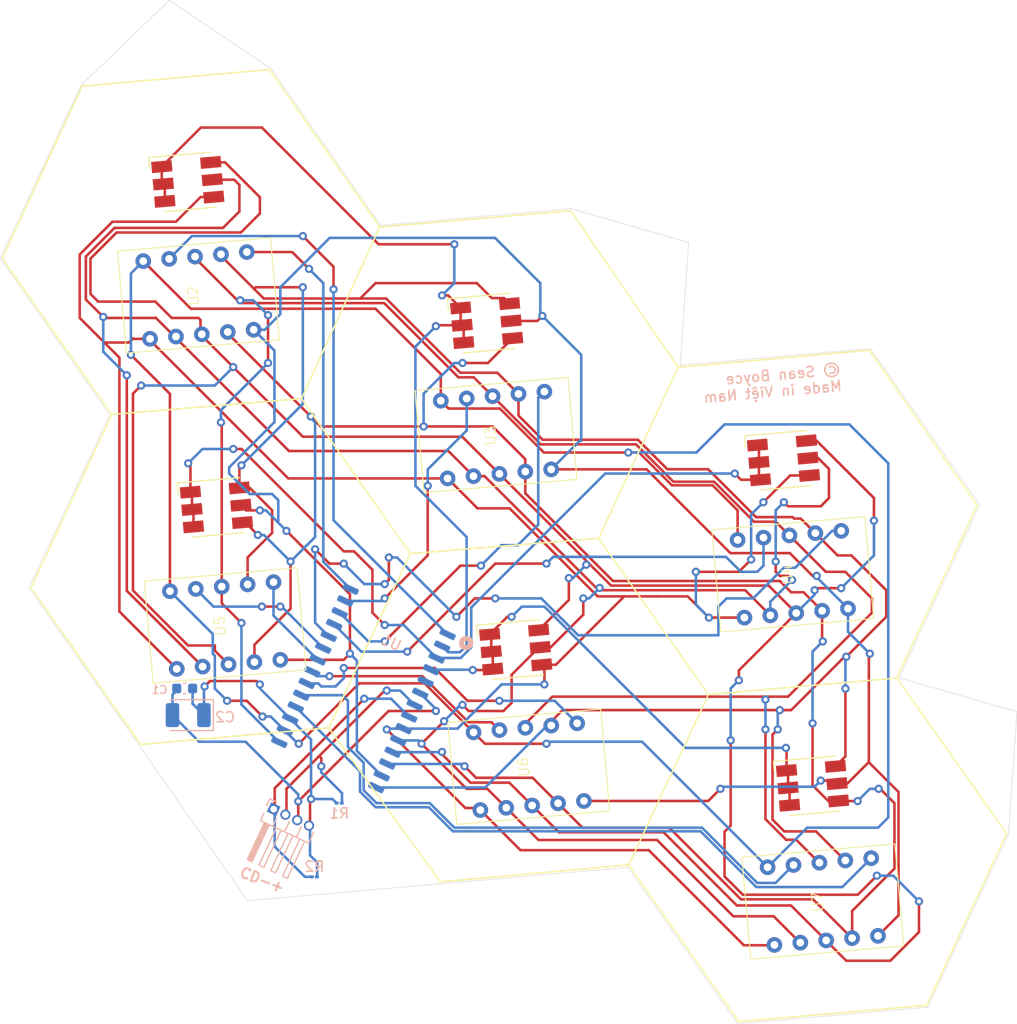
<source format=kicad_pcb>
(kicad_pcb (version 20221018) (generator pcbnew)
  (layers (0 "F.Cu" signal) (31 "B.Cu" signal) (34 "B.Paste" user) (35 "F.Paste" user) (36 "B.SilkS" user "B.Silkscreen") (37 "F.SilkS" user "F.Silkscreen") (38 "B.Mask" user) (39 "F.Mask" user) (44 "Edge.Cuts" user))
  (net 0 "")
  (net 1 "Net-(J1-Pin_1)")
  (net 2 "Net-(J1-Pin_2)")
  (net 3 "Net-(D1-BK)")
  (net 4 "Net-(D1-BA)")
  (net 5 "Net-(D1-GA)")
  (net 6 "Net-(D1-RA)")
  (net 7 "Net-(D2-BA)")
  (net 8 "Net-(D2-GA)")
  (net 9 "Net-(D2-RA)")
  (net 10 "Net-(D3-BK)")
  (net 11 "Net-(D5-BK)")
  (net 12 "Net-(J1-Pin_3)")
  (net 13 "Net-(J1-Pin_4)")
  (net 14 "Net-(U1-GRID12)")
  (net 16 "Net-(U1-SEG7)")
  (net 17 "Net-(U1-SEG8)")
  (net 18 "Net-(U1-GRID1)")
  (net 19 "Net-(U1-GRID2)")
  (net 20 "Net-(U1-GRID3)")
  (net 21 "Net-(U1-GRID4)")
  (net 22 "Net-(U1-GRID5)")
  (net 23 "Net-(U1-GRID6)")
  (net 24 "Net-(U1-GRID7)")
  (net 25 "Net-(U1-GRID8)")
  (net 26 "Net-(U1-GRID9)")
  (net 27 "Net-(U1-GRID10)")
  (net 28 "Net-(U1-GRID11)")
  (footprint "MountingHole:MountingHole_3.2mm_M3" (layer "F.Cu") (at 208.6 58.8)
    (fp_text reference "H2" hide)
    (fp_text value "MountingHole" hide)
  )
  (footprint "files:7seg2_small" (layer "F.Cu") (at 222.671394 88.438253 -175)
    (fp_text reference "U4")
    (fp_text value "~")
  )
  (footprint "files:7seg2_small" (layer "F.Cu") (at 196.871394 107.238253 -175)
    (fp_text reference "U6")
    (fp_text value "~")
  )
  (footprint "MountingHole:MountingHole_3.2mm_M3" (layer "F.Cu") (at 162.2 37)
    (fp_text reference "H1" hide)
    (fp_text value "MountingHole" hide)
  )
  (footprint "LED_SMD:LED_RGB_5050-6" (layer "F.Cu") (at 192.757297 63.902705 5)
    (fp_text reference "D2" hide)
    (fp_text value "D3")
  )
  (footprint "files:7seg2_small" (layer "F.Cu") (at 225.601729 120.416877 -175)
    (fp_text reference "U7")
    (fp_text value "~")
  )
  (footprint "files:7seg2_small" (layer "F.Cu") (at 164.6 61.2 -175)
    (fp_text reference "U2")
    (fp_text value "~")
  )
  (footprint "LED_SMD:LED_RGB_5050-6" (layer "F.Cu") (at 224.6 109.102705 5)
    (fp_text reference "D6" hide)
    (fp_text value "D7")
  )
  (footprint "LED_SMD:LED_RGB_5050-6" (layer "F.Cu") (at 166.357297 81.902705 5)
    (fp_text reference "D4" hide)
    (fp_text value "D5")
  )
  (footprint "LED_SMD:LED_RGB_5050-6" (layer "F.Cu") (at 163.557297 50.102705 5)
    (fp_text reference "D1" hide)
    (fp_text value "D2")
  )
  (footprint "files:7seg2_small" (layer "F.Cu") (at 193.671394 74.838253 -175)
    (fp_text reference "U3")
    (fp_text value "~")
  )
  (footprint "LED_SMD:LED_RGB_5050-6" (layer "F.Cu") (at 195.6 95.8 5)
    (fp_text reference "D5" hide)
    (fp_text value "D6")
  )
  (footprint "MountingHole:MountingHole_3.2mm_M3" (layer "F.Cu") (at 167 109)
    (fp_text reference "H4" hide)
    (fp_text value "MountingHole" hide)
  )
  (footprint "MountingHole:MountingHole_3.2mm_M3" (layer "F.Cu") (at 180.4 115.4)
    (fp_text reference "H5" hide)
    (fp_text value "MountingHole" hide)
  )
  (footprint "files:7seg2_small" (layer "F.Cu") (at 167.207268 93.447249 -175)
    (fp_text reference "U5")
    (fp_text value "~")
  )
  (footprint "LED_SMD:LED_RGB_5050-6" (layer "F.Cu") (at 221.757297 77.302705 5)
    (fp_text reference "D3" hide)
    (fp_text value "D4")
  )
  (footprint "MountingHole:MountingHole_3.2mm_M3" (layer "F.Cu") (at 240.6 104.6)
    (fp_text reference "H3" hide)
    (fp_text value "MountingHole" hide)
  )
  (footprint "Connector_PinHeader_1.27mm:PinHeader_1x04_P1.27mm_Horizontal" (layer "B.Cu") (at 171.946967 111.389824 -115)
    (fp_text reference "J1" hide)
    (fp_text value "Conn_01x04_Pin" hide)
  )
  (footprint "Resistor_SMD:R_01005_0402Metric" (layer "B.Cu") (at 175.925 118 180)
    (fp_text reference "R2")
    (fp_text value "10k")
  )
  (footprint "Capacitor_SMD:C_0603_1608Metric" (layer "B.Cu") (at 163.255 99.6 180)
    (fp_text reference "C1" hide)
    (fp_text value "0.1uF")
  )
  (footprint "files:TM1640" (layer "B.Cu") (at 188.944367 94.314339 155)
    (fp_text reference "U1")
    (fp_text value "TM1640")
  )
  (footprint "Capacitor_Tantalum_SMD:CP_EIA-3528-12_Kemet-T" (layer "B.Cu") (at 163.6 102.2 180)
    (fp_text reference "C2")
    (fp_text value "100uF")
  )
  (footprint "Resistor_SMD:R_01005_0402Metric" (layer "B.Cu") (at 178.35 110.8)
    (fp_text reference "R1")
    (fp_text value "10k")
  )
  (gr_line (start 177.333792 103.443699) (end 185.288303 86.420439) (stroke (width 0.15)) (layer "F.SilkS"))
  (gr_line (start 217.386755 132.158934) (end 235.760205 130.555255) (stroke (width 0.15)) (layer "F.SilkS"))
  (gr_line (start 145.432096 57.576192) (end 156.131113 72.826489) (stroke (width 0.15)) (layer "F.SilkS"))
  (gr_line (start 185.288303 86.420439) (end 203.700066 84.933998) (stroke (width 0.15)) (layer "F.SilkS"))
  (gr_line (start 230.162915 66.547021) (end 211.462892 68.215893) (stroke (width 0.15)) (layer "F.SilkS"))
  (gr_line (start 156.131113 72.826489) (end 148.247425 89.756168) (stroke (width 0.15)) (layer "F.SilkS"))
  (gr_line (start 235.760205 130.555255) (end 243.561877 113.770567) (stroke (width 0.15)) (layer "F.SilkS"))
  (gr_line (start 174.669682 71.27984) (end 182.31202 54.509356) (stroke (width 0.15)) (layer "F.SilkS"))
  (gr_line (start 182.31202 54.509356) (end 171.532267 39.130805) (stroke (width 0.15)) (layer "F.SilkS"))
  (gr_line (start 171.532267 39.130805) (end 153.241294 40.756131) (stroke (width 0.15)) (layer "F.SilkS"))
  (gr_line (start 240.683989 81.720525) (end 230.162915 66.547021) (stroke (width 0.15)) (layer "F.SilkS"))
  (gr_line (start 243.561877 113.770567) (end 232.833005 98.57691) (stroke (width 0.15)) (layer "F.SilkS"))
  (gr_line (start 206.640877 116.838896) (end 217.386755 132.158934) (stroke (width 0.15)) (layer "F.SilkS"))
  (gr_line (start 188.237362 118.496103) (end 177.333792 103.443699) (stroke (width 0.15)) (layer "F.SilkS"))
  (gr_line (start 156.131113 72.826489) (end 174.669682 71.27984) (stroke (width 0.15)) (layer "F.SilkS"))
  (gr_line (start 203.700066 84.933998) (end 211.462892 68.215893) (stroke (width 0.15)) (layer "F.SilkS"))
  (gr_line (start 206.640877 116.838896) (end 188.237362 118.496103) (stroke (width 0.15)) (layer "F.SilkS"))
  (gr_line (start 211.462892 68.215893) (end 200.972536 52.919098) (stroke (width 0.15)) (layer "F.SilkS"))
  (gr_line (start 232.833005 98.57691) (end 240.683989 81.720525) (stroke (width 0.15)) (layer "F.SilkS"))
  (gr_line (start 214.428417 100.192959) (end 206.640877 116.838896) (stroke (width 0.15)) (layer "F.SilkS"))
  (gr_line (start 200.972536 52.919098) (end 182.31202 54.509356) (stroke (width 0.15)) (layer "F.SilkS"))
  (gr_line (start 214.428417 100.192959) (end 232.833005 98.57691) (stroke (width 0.15)) (layer "F.SilkS"))
  (gr_line (start 158.949621 105.07481) (end 177.333792 103.443699) (stroke (width 0.15)) (layer "F.SilkS"))
  (gr_line (start 174.669682 71.27984) (end 185.288303 86.420439) (stroke (width 0.15)) (layer "F.SilkS"))
  (gr_line (start 153.241294 40.756131) (end 145.432096 57.576192) (stroke (width 0.15)) (layer "F.SilkS"))
  (gr_line (start 158.949621 105.07481) (end 148.247425 89.756168) (stroke (width 0.15)) (layer "F.SilkS"))
  (gr_line (start 203.700066 84.933998) (end 214.428417 100.192959) (stroke (width 0.15)) (layer "F.SilkS"))
  (gr_poly (pts (xy 171.701953 39.059846) (xy 161.758953 32.360846) (xy 153.122953 40.678846) (xy 145.235953 57.578846) (xy 155.927953 72.858846) (xy 148.040953 89.758846) (xy 158.732953 105.038846) (xy 169.387953 120.331846) (xy 188.003953 118.699846) (xy 206.582953 117.080846) (xy 217.274953 132.360846) (xy 235.853953 130.740846) (xy 243.740953 113.841846) (xy 244.571953 101.871846) (xy 233.048953 98.561846) (xy 240.935953 81.661846) (xy 230.243953 66.381846) (xy 211.664953 68.000846) (xy 212.494953 56.030846) (xy 200.972953 52.720846) (xy 182.393953 54.339846)) (stroke (width 0.05)) (fill none) (layer "Edge.Cuts"))
  (gr_text "C1" (at 161.671 100.203) (layer "B.SilkS") (effects (font (size 0.8 0.8)) (justify left bottom mirror)))
  (gr_text "CD-+" (at 168.4 118 339) (layer "B.SilkS") (effects (font (size 1 1) (thickness 0.2) bold) (justify left bottom)))
  (gr_text "© Sean Boyce\nMade in Việt Nam" (at 227.6 70.6 5) (layer "B.SilkS") (effects (font (size 1 1)) (justify left bottom mirror)))
  (segment (start 172.048989 111.263274) (end 172.048989 109.351011) (width 0.25) (layer "F.Cu") (net 1))
  (segment (start 172.048989 109.351011) (end 180.8 100.6) (width 0.25) (layer "F.Cu") (net 1))
  (via (at 180.8 100.6) (size 0.8) (drill 0.4) (layers "F.Cu" "B.Cu") (net 1))
  (segment (start 175 118) (end 175.65 118) (width 0.25) (layer "B.Cu") (net 1))
  (segment (start 183.415876 100.6) (end 185.187291 102.371415) (width 0.25) (layer "B.Cu") (net 1))
  (segment (start 172.048989 111.263274) (end 172.048989 115.048989) (width 0.25) (layer "B.Cu") (net 1))
  (segment (start 172.048989 115.048989) (end 175 118) (width 0.25) (layer "B.Cu") (net 1))
  (segment (start 180.8 100.6) (end 183.415876 100.6) (width 0.25) (layer "B.Cu") (net 1))
  (segment (start 181.2 101.4) (end 182.8 99.8) (width 0.25) (layer "F.Cu") (net 2))
  (segment (start 173.2 111.8) (end 173.2 109.4) (width 0.25) (layer "F.Cu") (net 2))
  (segment (start 176.4 106.2) (end 181.2 101.4) (width 0.25) (layer "F.Cu") (net 2))
  (segment (start 173.2 109.4) (end 175.8 106.8) (width 0.25) (layer "F.Cu") (net 2))
  (segment (start 176.4 106.2) (end 176.6 106.4) (width 0.25) (layer "F.Cu") (net 2))
  (segment (start 176.6 106.4) (end 176.6 107.2) (width 0.25) (layer "F.Cu") (net 2))
  (segment (start 175.8 106.8) (end 176.4 106.2) (width 0.25) (layer "F.Cu") (net 2))
  (segment (start 182.8 99.8) (end 183 99.8) (width 0.25) (layer "F.Cu") (net 2))
  (via (at 183 99.8) (size 0.8) (drill 0.4) (layers "F.Cu" "B.Cu") (net 2))
  (via (at 176.6 107.2) (size 0.8) (drill 0.4) (layers "F.Cu" "B.Cu") (net 2))
  (segment (start 176.6 107.2) (end 176.6 107.8) (width 0.25) (layer "B.Cu") (net 2))
  (segment (start 178.625 109.825) (end 178.625 110.8) (width 0.25) (layer "B.Cu") (net 2))
  (segment (start 176.6 107.8) (end 178.625 109.825) (width 0.25) (layer "B.Cu") (net 2))
  (segment (start 184.303612 99.8) (end 185.724016 101.220404) (width 0.25) (layer "B.Cu") (net 2))
  (segment (start 183 99.8) (end 184.303612 99.8) (width 0.25) (layer "B.Cu") (net 2))
  (segment (start 170.8 44.8) (end 182 56) (width 0.25) (layer "F.Cu") (net 3))
  (segment (start 182 56) (end 182.2 56.2) (width 0.25) (layer "F.Cu") (net 3))
  (segment (start 188.999917 61.2) (end 190.218265 62.418348) (width 0.25) (layer "F.Cu") (net 3))
  (segment (start 188.4 61.2) (end 188.999917 61.2) (width 0.25) (layer "F.Cu") (net 3))
  (segment (start 190.218265 62.418348) (end 190.218265 63.963714) (width 0.25) (layer "F.Cu") (net 3))
  (segment (start 190.514594 65.80541) (end 190.514594 64.260043) (width 0.25) (layer "F.Cu") (net 3))
  (segment (start 182.2 56.2) (end 189.6 56.2) (width 0.25) (layer "F.Cu") (net 3))
  (segment (start 161.018265 48.618348) (end 161.018265 50.163714) (width 0.25) (layer "F.Cu") (net 3))
  (segment (start 187.888121 64.111879) (end 190.36643 64.111879) (width 0.25) (layer "F.Cu") (net 3))
  (segment (start 165.2 44.8) (end 170.8 44.8) (width 0.25) (layer "F.Cu") (net 3))
  (segment (start 190.218265 63.963714) (end 190.36643 64.111879) (width 0.25) (layer "F.Cu") (net 3))
  (segment (start 161.314594 50.460043) (end 161.16643 50.311879) (width 0.25) (layer "F.Cu") (net 3))
  (segment (start 161.018265 48.618348) (end 164.836613 44.8) (width 0.25) (layer "F.Cu") (net 3))
  (segment (start 164.836613 44.8) (end 165.2 44.8) (width 0.25) (layer "F.Cu") (net 3))
  (segment (start 161.314594 52.00541) (end 161.314594 50.460043) (width 0.25) (layer "F.Cu") (net 3))
  (segment (start 187.8 64.2) (end 187.888121 64.111879) (width 0.25) (layer "F.Cu") (net 3))
  (segment (start 161.018265 50.163714) (end 161.16643 50.311879) (width 0.25) (layer "F.Cu") (net 3))
  (segment (start 190.514594 64.260043) (end 190.36643 64.111879) (width 0.25) (layer "F.Cu") (net 3))
  (via (at 188.4 61.2) (size 0.8) (drill 0.4) (layers "F.Cu" "B.Cu") (net 3))
  (via (at 189.6 56.2) (size 0.8) (drill 0.4) (layers "F.Cu" "B.Cu") (net 3))
  (via (at 187.8 64.2) (size 0.8) (drill 0.4) (layers "F.Cu" "B.Cu") (net 3))
  (segment (start 189.6 60) (end 188.4 61.2) (width 0.25) (layer "B.Cu") (net 3))
  (segment (start 188.407642 95.46535) (end 189.001203 96.058911) (width 0.25) (layer "B.Cu") (net 3))
  (segment (start 190.8 84.8) (end 185.8 79.8) (width 0.25) (layer "B.Cu") (net 3))
  (segment (start 190.8 95.4) (end 190.8 84.8) (width 0.25) (layer "B.Cu") (net 3))
  (segment (start 189.6 56.2) (end 189.6 60) (width 0.25) (layer "B.Cu") (net 3))
  (segment (start 190.141089 96.058911) (end 190.8 95.4) (width 0.25) (layer "B.Cu") (net 3))
  (segment (start 189.001203 96.058911) (end 190.141089 96.058911) (width 0.25) (layer "B.Cu") (net 3))
  (segment (start 185.8 79.8) (end 185.8 66.2) (width 0.25) (layer "B.Cu") (net 3))
  (segment (start 185.8 66.2) (end 187.8 64.2) (width 0.25) (layer "B.Cu") (net 3))
  (segment (start 158.2 65.4) (end 158.242751 65.442751) (width 0.25) (layer "F.Cu") (net 4))
  (segment (start 218.6 87) (end 217.4 88.2) (width 0.25) (layer "F.Cu") (net 4))
  (segment (start 190.676506 111.276506) (end 191.942788 111.276506) (width 0.25) (layer "F.Cu") (net 4))
  (segment (start 198.139032 97.284357) (end 199.515643 97.284357) (width 0.25) (layer "F.Cu") (net 4))
  (segment (start 209.4 90.6) (end 212.4 90.6) (width 0.25) (layer "F.Cu") (net 4))
  (segment (start 155.4 65.8) (end 157.8 65.8) (width 0.25) (layer "F.Cu") (net 4))
  (segment (start 222.412938 78.787062) (end 219.8 81.4) (width 0.25) (layer "F.Cu") (net 4))
  (segment (start 196.066282 115.4) (end 208.6 115.4) (width 0.25) (layer "F.Cu") (net 4))
  (segment (start 198.4 97.545325) (end 198.139032 97.284357) (width 0.25) (layer "F.Cu") (net 4))
  (segment (start 217.4 88.2) (end 213.2 88.2) (width 0.25) (layer "F.Cu") (net 4))
  (segment (start 214.476506 92.676506) (end 217.942788 92.676506) (width 0.25) (layer "F.Cu") (net 4))
  (segment (start 208.6 115.4) (end 217.885502 124.685502) (width 0.25) (layer "F.Cu") (net 4))
  (segment (start 173.373086 79.076506) (end 188.942788 79.076506) (width 0.25) (layer "F.Cu") (net 4))
  (segment (start 159.739331 65.442751) (end 173.373086 79.076506) (width 0.25) (layer "F.Cu") (net 4))
  (segment (start 164.812938 51.587062) (end 162.4 54) (width 0.25) (layer "F.Cu") (net 4))
  (segment (start 157.8 65.8) (end 158.2 65.4) (width 0.25) (layer "F.Cu") (net 4))
  (segment (start 158.242751 65.442751) (end 159.739331 65.442751) (width 0.25) (layer "F.Cu") (net 4))
  (segment (start 156.875 67.275) (end 155.4 65.8) (width 0.25) (layer "F.Cu") (net 4))
  (segment (start 162.478662 97.685502) (end 156.875 92.08184) (width 0.25) (layer "F.Cu") (net 4))
  (segment (start 199.515643 97.284357) (end 206.2 90.6) (width 0.25) (layer "F.Cu") (net 4))
  (segment (start 162.4 54) (end 156.2 54) (width 0.25) (layer "F.Cu") (net 4))
  (segment (start 195 82) (end 203.6 90.6) (width 0.25) (layer "F.Cu") (net 4))
  (segment (start 188.942788 79.076506) (end 191.866282 82) (width 0.25) (layer "F.Cu") (net 4))
  (segment (start 191.866282 82) (end 195 82) (width 0.25) (layer "F.Cu") (net 4))
  (segment (start 206.2 90.6) (end 209.4 90.6) (width 0.25) (layer "F.Cu") (net 4))
  (segment (start 156.2 54) (end 153 57.2) (width 0.25) (layer "F.Cu") (net 4))
  (segment (start 156.875 92.08184) (end 156.875 67.275) (width 0.25) (layer "F.Cu") (net 4))
  (segment (start 198.4 99.2) (end 198.4 97.545325) (width 0.25) (layer "F.Cu") (net 4))
  (segment (start 153 57.2) (end 153 63.4) (width 0.25) (layer "F.Cu") (net 4))
  (segment (start 191.942788 111.276506) (end 196.066282 115.4) (width 0.25) (layer "F.Cu") (net 4))
  (segment (start 166.096329 51.587062) (end 164.812938 51.587062) (width 0.25) (layer "F.Cu") (net 4))
  (segment (start 212.4 90.6) (end 214.476506 92.676506) (width 0.25) (layer "F.Cu") (net 4))
  (segment (start 203.6 90.6) (end 206.2 90.6) (width 0.25) (layer "F.Cu") (net 4))
  (segment (start 217.885502 124.685502) (end 220.878662 124.685502) (width 0.25) (layer "F.Cu") (net 4))
  (segment (start 224.296329 78.787062) (end 222.412938 78.787062) (width 0.25) (layer "F.Cu") (net 4))
  (segment (start 183 103.6) (end 190.676506 111.276506) (width 0.25) (layer "F.Cu") (net 4))
  (segment (start 153 63.4) (end 155.4 65.8) (width 0.25) (layer "F.Cu") (net 4))
  (via (at 214.476506 92.676506) (size 0.8) (drill 0.4) (layers "F.Cu" "B.Cu") (net 4))
  (via (at 219.8 81.4) (size 0.8) (drill 0.4) (layers "F.Cu" "B.Cu") (net 4))
  (via (at 218.6 87) (size 0.8) (drill 0.4) (layers "F.Cu" "B.Cu") (net 4))
  (via (at 213.2 88.2) (size 0.8) (drill 0.4) (layers "F.Cu" "B.Cu") (net 4))
  (via (at 183 103.6) (size 0.8) (drill 0.4) (layers "F.Cu" "B.Cu") (net 4))
  (via (at 198.4 99.2) (size 0.8) (drill 0.4) (layers "F.Cu" "B.Cu") (net 4))
  (segment (start 184.650565 103.522426) (end 183.077574 103.522426) (width 0.25) (layer "B.Cu") (net 4))
  (segment (start 189.904487 103.522426) (end 194.226913 99.2) (width 0.25) (layer "B.Cu") (net 4))
  (segment (start 184.650565 103.522426) (end 189.904487 103.522426) (width 0.25) (layer "B.Cu") (net 4))
  (segment (start 218.6 82.6) (end 218.6 87) (width 0.25) (layer "B.Cu") (net 4))
  (segment (start 194.226913 99.2) (end 198.4 99.2) (width 0.25) (layer "B.Cu") (net 4))
  (segment (start 183.077574 103.522426) (end 183 103.6) (width 0.25) (layer "B.Cu") (net 4))
  (segment (start 213.2 91.4) (end 214.476506 92.676506) (width 0.25) (layer "B.Cu") (net 4))
  (segment (start 219.8 81.4) (end 218.6 82.6) (width 0.25) (layer "B.Cu") (net 4))
  (segment (start 213.2 88.2) (end 213.2 91.4) (width 0.25) (layer "B.Cu") (net 4))
  (segment (start 168.6 53) (end 168.6 50.4) (width 0.25) (layer "F.Cu") (net 5))
  (segment (start 192.550753 78.85513) (end 203.695623 90) (width 0.25) (layer "F.Cu") (net 5))
  (segment (start 155.4 63.4) (end 155.3 63.3) (width 0.25) (layer "F.Cu") (net 5))
  (segment (start 226.2 78.141547) (end 226.2 81) (width 0.25) (layer "F.Cu") (net 5))
  (segment (start 153.6 61.6) (end 153.6 57.4) (width 0.25) (layer "F.Cu") (net 5))
  (segment (start 160.411895 63.4) (end 155.4 63.4) (width 0.25) (layer "F.Cu") (net 5))
  (segment (start 224.148164 77.093531) (end 225.151984 77.093531) (width 0.25) (layer "F.Cu") (net 5))
  (segment (start 193.8 101.8) (end 191 101.8) (width 0.25) (layer "F.Cu") (net 5))
  (segment (start 160.430093 63.381802) (end 160.411895 63.4) (width 0.25) (layer "F.Cu") (net 5))
  (segment (start 195.2 98.258888) (end 195.2 101) (width 0.25) (layer "F.Cu") (net 5))
  (segment (start 221 88.2) (end 221.4 88.6) (width 0.25) (layer "F.Cu") (net 5))
  (segment (start 223.408997 124.464126) (end 220.8 121.855129) (width 0.25) (layer "F.Cu") (net 5))
  (segment (start 165.008997 97.464126) (end 157.6 90.055129) (width 0.25) (layer "F.Cu") (net 5))
  (segment (start 197.817993 114.4) (end 194.473123 111.05513) (width 0.25) (layer "F.Cu") (net 5))
  (segment (start 194.4 101.8) (end 193.8 101.8) (width 0.25) (layer "F.Cu") (net 5))
  (segment (start 197.990867 95.590826) (end 197.868062 95.590826) (width 0.25) (layer "F.Cu") (net 5))
  (segment (start 168.093531 49.893531) (end 165.948164 49.893531) (width 0.25) (layer "F.Cu") (net 5))
  (segment (start 195.2 101) (end 194.4 101.8) (width 0.25) (layer "F.Cu") (net 5))
  (segment (start 191 101.8) (end 190.4 101.2) (width 0.25) (layer "F.Cu") (net 5))
  (segment (start 167 54.6) (end 168.6 53) (width 0.25) (layer "F.Cu") (net 5))
  (segment (start 190.8 109.4) (end 192.817993 109.4) (width 0.25) (layer "F.Cu") (net 5))
  (segment (start 157.6 71.4) (end 157.6 69) (width 0.25) (layer "F.Cu") (net 5))
  (segment (start 188.6 102.8) (end 186.4 105) (width 0.25) (layer "F.Cu") (net 5))
  (segment (start 225.4 81.8) (end 222.2 81.8) (width 0.25) (layer "F.Cu") (net 5))
  (segment (start 197.868062 95.590826) (end 195.2 98.258888) (width 0.25) (layer "F.Cu") (net 5))
  (segment (start 197.990867 95.590826) (end 198.994687 95.590826) (width 0.25) (layer "F.Cu") (net 5))
  (segment (start 226.2 81) (end 225.4 81.8) (width 0.25) (layer "F.Cu") (net 5))
  (segment (start 225.151984 77.093531) (end 226.2 78.141547) (width 0.25) (layer "F.Cu") (net 5))
  (segment (start 209.4 114.4) (end 197.817993 114.4) (width 0.25) (layer "F.Cu") (net 5))
  (segment (start 222.2 88.6) (end 222.6 89) (width 0.25) (layer "F.Cu") (net 5))
  (segment (start 198.994687 95.590826) (end 202.2 92.385513) (width 0.25) (layer "F.Cu") (net 5))
  (segment (start 191.473123 78.85513) (end 192.550753 78.85513) (width 0.25) (layer "F.Cu") (net 5))
  (segment (start 153.6 57.4) (end 156.4 54.6) (width 0.25) (layer "F.Cu") (net 5))
  (segment (start 221.8 88.6) (end 222.2 88.6) (width 0.25) (layer "F.Cu") (net 5))
  (segment (start 162.269666 65.221375) (end 173.448291 76.4) (width 0.25) (layer "F.Cu") (net 5))
  (segment (start 157.6 90.055129) (end 157.6 89.2) (width 0.25) (layer "F.Cu") (net 5))
  (segment (start 189.017993 76.4) (end 191.473123 78.85513) (width 0.25) (layer "F.Cu") (net 5))
  (segment (start 222.2 81.8) (end 221.8 81.4) (width 0.25) (layer "F.Cu") (net 5))
  (segment (start 157.6 89.2) (end 157.6 71.4) (width 0.25) (layer "F.Cu") (net 5))
  (segment (start 203.695623 90) (end 218.017993 90) (width 0.25) (layer "F.Cu") (net 5))
  (segment (start 156.4 54.6) (end 167 54.6) (width 0.25) (layer "F.Cu") (net 5))
  (segment (start 168.6 50.4) (end 168.093531 49.893531) (width 0.25) (layer "F.Cu") (net 5))
  (segment (start 216.855129 121.855129) (end 209.4 114.4) (width 0.25) (layer "F.Cu") (net 5))
  (segment (start 188.6 102.797426) (end 188.6 102.8) (width 0.25) (layer "F.Cu") (net 5))
  (segment (start 155.3 63.3) (end 153.6 61.6) (width 0.25) (layer "F.Cu") (net 5))
  (segment (start 186.4 105) (end 190.8 109.4) (width 0.25) (layer "F.Cu") (net 5))
  (segment (start 192.817993 109.4) (end 194.473123 111.05513) (width 0.25) (layer "F.Cu") (net 5))
  (segment (start 173.448291 76.4) (end 189.017993 76.4) (width 0.25) (layer "F.Cu") (net 5))
  (segment (start 220.8 121.855129) (end 216.855129 121.855129) (width 0.25) (layer "F.Cu") (net 5))
  (segment (start 162.269666 65.221375) (end 160.430093 63.381802) (width 0.25) (layer "F.Cu") (net 5))
  (segment (start 221.4 88.6) (end 221.8 88.6) (width 0.25) (layer "F.Cu") (net 5))
  (segment (start 221 87.2) (end 221 88.2) (width 0.25) (layer "F.Cu") (net 5))
  (segment (start 218.017993 90) (end 220.473123 92.45513) (width 0.25) (layer "F.Cu") (net 5))
  (segment (start 202.2 92.385513) (end 202.2 90.8) (width 0.25) (layer "F.Cu") (net 5))
  (via (at 188.6 102.797426) (size 0.8) (drill 0.4) (layers "F.Cu" "B.Cu") (net 5))
  (via (at 203.797964 89.772659) (size 0.8) (drill 0.4) (layers "F.Cu" "B.Cu") (net 5))
  (via (at 202.2 90.8) (size 0.8) (drill 0.4) (layers "F.Cu" "B.Cu") (net 5))
  (via (at 221 87.2) (size 0.8) (drill 0.4) (layers "F.Cu" "B.Cu") (net 5))
  (via (at 222.6 89) (size 0.8) (drill 0.4) (layers "F.Cu" "B.Cu") (net 5))
  (via (at 157.6 69) (size 0.8) (drill 0.4) (layers "F.Cu" "B.Cu") (net 5))
  (via (at 186.4 105) (size 0.8) (drill 0.4) (layers "F.Cu" "B.Cu") (net 5))
  (via (at 221.8 81.4) (size 0.8) (drill 0.4) (layers "F.Cu" "B.Cu") (net 5))
  (via (at 190.4 101.2) (size 0.8) (drill 0.4) (layers "F.Cu" "B.Cu") (net 5))
  (via (at 155.3 63.3) (size 0.8) (drill 0.4) (layers "F.Cu" "B.Cu") (net 5))
  (segment (start 190.197426 101.2) (end 188.6 102.797426) (width 0.25) (layer "B.Cu") (net 5))
  (segment (start 186.073437 104.673437) (end 186.4 105) (width 0.25) (layer "B.Cu") (net 5))
  (segment (start 202.770623 90.8) (end 203.797964 89.772659) (width 0.25) (layer "B.Cu") (net 5))
  (segment (start 222.6 89) (end 220.473123 91.126877) (width 0.25) (layer "B.Cu") (net 5))
  (segment (start 190.4 101.2) (end 190.197426 101.2) (width 0.25) (layer "B.Cu") (net 5))
  (segment (start 221 82.2) (end 221 87.2) (width 0.25) (layer "B.Cu") (net 5))
  (segment (start 220.473123 91.126877) (end 220.473123 92.45513) (width 0.25) (layer "B.Cu") (net 5))
  (segment (start 157.6 69) (end 155.3 66.7) (width 0.25) (layer "B.Cu") (net 5))
  (segment (start 202.2 90.8) (end 202.770623 90.8) (width 0.25) (layer "B.Cu") (net 5))
  (segment (start 221.8 81.4) (end 221 82.2) (width 0.25) (layer "B.Cu") (net 5))
  (segment (start 155.3 66.7) (end 155.3 63.3) (width 0.25) (layer "B.Cu") (net 5))
  (segment (start 184.11384 104.673437) (end 186.073437 104.673437) (width 0.25) (layer "B.Cu") (net 5))
  (segment (start 217.786396 119.75) (end 220 119.75) (width 0.25) (layer "F.Cu") (net 6))
  (segment (start 229.024694 119.75) (end 230.887347 117.887347) (width 0.25) (layer "F.Cu") (net 6))
  (segment (start 164.6 63.4) (end 164.8 63.6) (width 0.25) (layer "F.Cu") (net 6))
  (segment (start 235 123.4) (end 232.2 126.2) (width 0.25) (layer "F.Cu") (net 6))
  (segment (start 156.6 55.05) (end 154.05 57.6) (width 0.25) (layer "F.Cu") (net 6))
  (segment (start 158.2 70.8) (end 159 70) (width 0.25) (layer "F.Cu") (net 6))
  (segment (start 160.385542 61.8) (end 161.985542 63.4) (width 0.25) (layer "F.Cu") (net 6))
  (segment (start 225 89.8) (end 224.8 90) (width 0.25) (layer "F.Cu") (net 6))
  (segment (start 222.49658 120.8) (end 225.939331 124.242751) (width 0.25) (layer "F.Cu") (net 6))
  (segment (start 216.6 113) (end 216 113.6) (width 0.25) (layer "F.Cu") (net 6))
  (segment (start 170.6 51.6) (end 170.6 53.2) (width 0.25) (layer "F.Cu") (net 6))
  (segment (start 188.4 105.8) (end 188.4 106.025305) (width 0.25) (layer "F.Cu") (net 6))
  (segment (start 200.787347 90.952651) (end 200.787347 88.812653) (width 0.25) (layer "F.Cu") (net 6))
  (segment (start 170.6 53.2) (end 168.75 55.05) (width 0.25) (layer "F.Cu") (net 6))
  (segment (start 227.89658 126.2) (end 225.939331 124.242751) (width 0.25) (layer "F.Cu") (net 6))
  (segment (start 194.003457 78.633755) (end 204.919702 89.55) (width 0.25) (layer "F.Cu") (net 6))
  (segment (start 216 117.963604) (end 217.786396 119.75) (width 0.25) (layer "F.Cu") (net 6))
  (segment (start 216.6 104.675) (end 216.6 113) (width 0.25) (layer "F.Cu") (net 6))
  (segment (start 158.2 72.8) (end 158.2 70.8) (width 0.25) (layer "F.Cu") (net 6))
  (segment (start 158.590633 90.409366) (end 158.2 90.018733) (width 0.25) (layer "F.Cu") (net 6))
  (segment (start 164.8 63.6) (end 164.8 65) (width 0.25) (layer "F.Cu") (net 6))
  (segment (start 158.2 90.018733) (end 158.2 72.8) (width 0.25) (layer "F.Cu") (net 6))
  (segment (start 235 120.4) (end 235 123.4) (width 0.25) (layer "F.Cu") (net 6))
  (segment (start 217.4 97.837212) (end 217.4 98.8) (width 0.25) (layer "F.Cu") (net 6))
  (segment (start 220 119.75) (end 229.024694 119.75) (width 0.25) (layer "F.Cu") (net 6))
  (segment (start 166.2 95.4) (end 163.581267 95.4) (width 0.25) (layer "F.Cu") (net 6))
  (segment (start 197.003457 110.833755) (end 199.819702 113.65) (width 0.25) (layer "F.Cu") (net 6))
  (segment (start 168 68.2) (end 174.8 75) (width 0.25) (layer "F.Cu") (net 6))
  (segment (start 154.05 57.6) (end 154.05 61.05) (width 0.25) (layer "F.Cu") (net 6))
  (segment (start 220.319702 89.55) (end 223.003457 92.233755) (width 0.25) (layer "F.Cu") (net 6))
  (segment (start 174.8 75) (end 190.369702 75) (width 0.25) (layer "F.Cu") (net 6))
  (segment (start 154.05 61.05) (end 154.8 61.8) (width 0.25) (layer "F.Cu") (net 6))
  (segment (start 188.4 106.025305) (end 191.174695 108.8) (width 0.25) (layer "F.Cu") (net 6))
  (segment (start 225.00382 75.4) (end 230.6 80.99618) (width 0.25) (layer "F.Cu") (net 6))
  (segment (start 217.2 120.8) (end 222.49658 120.8) (width 0.25) (layer "F.Cu") (net 6))
  (segment (start 191.174695 108.8) (end 194.969702 108.8) (width 0.25) (layer "F.Cu") (net 6))
  (segment (start 204.919702 89.55) (end 220.319702 89.55) (width 0.25) (layer "F.Cu") (net 6))
  (segment (start 165.8 48.2) (end 167.2 48.2) (width 0.25) (layer "F.Cu") (net 6))
  (segment (start 224 75.4) (end 225.00382 75.4) (width 0.25) (layer "F.Cu") (net 6))
  (segment (start 227.4 89.8) (end 225 89.8) (width 0.25) (layer "F.Cu") (net 6))
  (segment (start 190.369702 75) (end 194.003457 78.633755) (width 0.25) (layer "F.Cu") (net 6))
  (segment (start 232.2 126.2) (end 227.89658 126.2) (width 0.25) (layer "F.Cu") (net 6))
  (segment (start 161.985542 63.4) (end 164.6 63.4) (width 0.25) (layer "F.Cu") (net 6))
  (segment (start 210.05 113.65) (end 217.2 120.8) (width 0.25) (layer "F.Cu") (net 6))
  (segment (start 197.842703 93.897295) (end 200.787347 90.952651) (width 0.25) (layer "F.Cu") (net 6))
  (segment (start 154.8 61.8) (end 160.385542 61.8) (width 0.25) (layer "F.Cu") (net 6))
  (segment (start 194.969702 108.8) (end 197.003457 110.833755) (width 0.25) (layer "F.Cu") (net 6))
  (segment (start 230.6 80.99618) (end 230.6 83.2) (width 0.25) (layer "F.Cu") (net 6))
  (segment (start 163.581267 95.4) (end 158.590633 90.409366) (width 0.25) (layer "F.Cu") (net 6))
  (segment (start 164.8 65) (end 168 68.2) (width 0.25) (layer "F.Cu") (net 6))
  (segment (start 167.2 48.2) (end 170.6 51.6) (width 0.25) (layer "F.Cu") (net 6))
  (segment (start 168.75 55.05) (end 156.6 55.05) (width 0.25) (layer "F.Cu") (net 6))
  (segment (start 167.539331 97.242751) (end 166.2 95.90342) (width 0.25) (layer "F.Cu") (net 6))
  (segment (start 166.2 95.90342) (end 166.2 95.4) (width 0.25) (layer "F.Cu") (net 6))
  (segment (start 199.819702 113.65) (end 210.05 113.65) (width 0.25) (layer "F.Cu") (net 6))
  (segment (start 216 113.6) (end 216 117.963604) (width 0.25) (layer "F.Cu") (net 6))
  (segment (start 223.003457 92.233755) (end 217.4 97.837212) (width 0.25) (layer "F.Cu") (net 6))
  (via (at 227.4 89.8) (size 0.8) (drill 0.4) (layers "F.Cu" "B.Cu") (net 6))
  (via (at 224.8 90) (size 0.8) (drill 0.4) (layers "F.Cu" "B.Cu") (net 6))
  (via (at 235 120.4) (size 0.8) (drill 0.4) (layers "F.Cu" "B.Cu") (net 6))
  (via (at 217.4 98.8) (size 0.8) (drill 0.4) (layers "F.Cu" "B.Cu") (net 6))
  (via (at 188.4 105.8) (size 0.8) (drill 0.4) (layers "F.Cu" "B.Cu") (net 6))
  (via (at 168 68.2) (size 0.8) (drill 0.4) (layers "F.Cu" "B.Cu") (net 6))
  (via (at 230.6 83.2) (size 0.8) (drill 0.4) (layers "F.Cu" "B.Cu") (net 6))
  (via (at 202.490396 87.509604) (size 0.8) (drill 0.4) (layers "F.Cu" "B.Cu") (net 6))
  (via (at 200.787347 88.812653) (size 0.8) (drill 0.4) (layers "F.Cu" "B.Cu") (net 6))
  (via (at 230.887347 117.887347) (size 0.8) (drill 0.4) (layers "F.Cu" "B.Cu") (net 6))
  (via (at 159 70) (size 0.8) (drill 0.4) (layers "F.Cu" "B.Cu") (net 6))
  (via (at 216.6 104.675) (size 0.8) (drill 0.4) (layers "F.Cu" "B.Cu") (net 6))
  (segment (start 230.887347 117.887347) (end 232.487347 117.887347) (width 0.25) (layer "B.Cu") (net 6))
  (segment (start 166.2 70) (end 168 68.2) (width 0.25) (layer "B.Cu") (net 6))
  (segment (start 216.6 99.6) (end 216.6 104.675) (width 0.25) (layer "B.Cu") (net 6))
  (segment (start 188.375552 105.824448) (end 188.4 105.8) (width 0.25) (layer "B.Cu") (net 6))
  (segment (start 200.787347 88.812653) (end 201.187347 88.812653) (width 0.25) (layer "B.Cu") (net 6))
  (segment (start 232.487347 117.887347) (end 235 120.4) (width 0.25) (layer "B.Cu") (net 6))
  (segment (start 224.8 90) (end 224.8 90.437212) (width 0.25) (layer "B.Cu") (net 6))
  (segment (start 201.187347 88.812653) (end 202.490396 87.509604) (width 0.25) (layer "B.Cu") (net 6))
  (segment (start 224.8 90.437212) (end 223.003457 92.233755) (width 0.25) (layer "B.Cu") (net 6))
  (segment (start 183.577115 105.824448) (end 188.375552 105.824448) (width 0.25) (layer "B.Cu") (net 6))
  (segment (start 230.6 83.2) (end 230.6 86.6) (width 0.25) (layer "B.Cu") (net 6))
  (segment (start 217.4 98.8) (end 216.6 99.6) (width 0.25) (layer "B.Cu") (net 6))
  (segment (start 159 70) (end 166.2 70) (width 0.25) (layer "B.Cu") (net 6))
  (segment (start 230.6 86.6) (end 227.4 89.8) (width 0.25) (layer "B.Cu") (net 6))
  (segment (start 226.135212 110.587062) (end 224.6 109.05185) (width 0.25) (layer "F.Cu") (net 7))
  (segment (start 190.6 107.2) (end 191.725 108.325) (width 0.25) (layer "F.Cu") (net 7))
  (segment (start 193.335871 74) (end 196.533792 77.197921) (width 0.25) (layer "F.Cu") (net 7))
  (segment (start 210.6 113.2) (end 217.6 120.2) (width 0.25) (layer "F.Cu") (net 7))
  (segment (start 199.533792 110.612379) (end 202.121413 113.2) (width 0.25) (layer "F.Cu") (net 7))
  (segment (start 192.883391 67.8) (end 195.296329 65.387062) (width 0.25) (layer "F.Cu") (net 7))
  (segment (start 224.648291 120.2) (end 228.469666 124.021375) (width 0.25) (layer "F.Cu") (net 7))
  (segment (start 225.533792 92.012379) (end 223.721413 90.2) (width 0.25) (layer "F.Cu") (net 7))
  (segment (start 223.721413 90.2) (end 222.506953 90.2) (width 0.25) (layer "F.Cu") (net 7))
  (segment (start 228.469666 124.021375) (end 228.469666 121.330334) (width 0.25) (layer "F.Cu") (net 7))
  (segment (start 186.6 74) (end 193.335871 74) (width 0.25) (layer "F.Cu") (net 7))
  (segment (start 197.246413 108.325) (end 199.533792 110.612379) (width 0.25) (layer "F.Cu") (net 7))
  (segment (start 196.533792 80.527694) (end 196.533792 78.412379) (width 0.25) (layer "F.Cu") (net 7))
  (segment (start 231.2 109.4) (end 231.060874 109.4) (width 0.25) (layer "F.Cu") (net 7))
  (segment (start 167.330335 64.778624) (end 169.775855 67.224145) (width 0.25) (layer "F.Cu") (net 7))
  (segment (start 168.896329 83.387062) (end 169.187062 83.387062) (width 0.25) (layer "F.Cu") (net 7))
  (segment (start 191.725 108.325) (end 197.246413 108.325) (width 0.25) (layer "F.Cu") (net 7))
  (segment (start 227.139032 110.587062) (end 226.135212 110.587062) (width 0.25) (layer "F.Cu") (net 7))
  (segment (start 205.106098 89.1) (end 196.533792 80.527694) (width 0.25) (layer "F.Cu") (net 7))
  (segment (start 224.6 109.05185) (end 224.6 103) (width 0.25) (layer "F.Cu") (net 7))
  (segment (start 225.533792 94.933792) (end 225.533792 92.012379) (width 0.25) (layer "F.Cu") (net 7))
  (segment (start 232.6 117.2) (end 232.6 110.8) (width 0.25) (layer "F.Cu") (net 7))
  (segment (start 228.469666 121.330334) (end 232.6 117.2) (width 0.25) (layer "F.Cu") (net 7))
  (segment (start 222.506953 90.2) (end 221.406953 89.1) (width 0.25) (layer "F.Cu") (net 7))
  (segment (start 221.406953 89.1) (end 205.106098 89.1) (width 0.25) (layer "F.Cu") (net 7))
  (segment (start 227.15197 110.6) (end 227.139032 110.587062) (width 0.25) (layer "F.Cu") (net 7))
  (segment (start 202.121413 113.2) (end 210.6 113.2) (width 0.25) (layer "F.Cu") (net 7))
  (segment (start 169.187062 83.387062) (end 170.4 84.6) (width 0.25) (layer "F.Cu") (net 7))
  (segment (start 232.6 110.8) (end 231.2 109.4) (width 0.25) (layer "F.Cu") (net 7))
  (segment (start 225.6 95) (end 225.533792 94.933792) (width 0.25) (layer "F.Cu") (net 7))
  (segment (start 173.6 87.2) (end 173.6 91.8) (width 0.25) (layer "F.Cu") (net 7))
  (segment (start 229 110.6) (end 227.15197 110.6) (width 0.25) (layer "F.Cu") (net 7))
  (segment (start 169.775855 67.224145) (end 175.575855 73.024145) (width 0.25) (layer "F.Cu") (net 7))
  (segment (start 173.6 91.8) (end 170.069666 95.330334) (width 0.25) (layer "F.Cu") (net 7))
  (segment (start 217.6 120.2) (end 224.648291 120.2) (width 0.25) (layer "F.Cu") (net 7))
  (segment (start 175.575855 73.024145) (end 176.551711 74) (width 0.25) (layer "F.Cu") (net 7))
  (segment (start 196.533792 77.197921) (end 196.533792 78.412379) (width 0.25) (layer "F.Cu") (net 7))
  (segment (start 170.069666 95.330334) (end 170.069666 97.021375) (width 0.25) (layer "F.Cu") (net 7))
  (segment (start 176.551711 74) (end 186.6 74) (width 0.25) (layer "F.Cu") (net 7))
  (segment (start 190.4 67.8) (end 192.883391 67.8) (width 0.25) (layer "F.Cu") (net 7))
  (via (at 225.6 95) (size 0.8) (drill 0.4) (layers "F.Cu" "B.Cu") (net 7))
  (via (at 173.6 87.2) (size 0.8) (drill 0.4) (layers "F.Cu" "B.Cu") (net 7))
  (via (at 190.4 67.8) (size 0.8) (drill 0.4) (layers "F.Cu" "B.Cu") (net 7))
  (via (at 229 110.6) (size 0.8) (drill 0.4) (layers "F.Cu" "B.Cu") (net 7))
  (via (at 170.4 84.6) (size 0.8) (drill 0.4) (layers "F.Cu" "B.Cu") (net 7))
  (via (at 224.6 103) (size 0.8) (drill 0.4) (layers "F.Cu" "B.Cu") (net 7))
  (via (at 186.6 74) (size 0.8) (drill 0.4) (layers "F.Cu" "B.Cu") (net 7))
  (via (at 231.060874 109.4) (size 0.8) (drill 0.4) (layers "F.Cu" "B.Cu") (net 7))
  (via (at 175.575855 73.024145) (size 0.8) (drill 0.4) (layers "F.Cu" "B.Cu") (net 7))
  (via (at 190.6 107.2) (size 0.8) (drill 0.4) (layers "F.Cu" "B.Cu") (net 7))
  (segment (start 189.6 67.8) (end 186.6 70.8) (width 0.25) (layer "B.Cu") (net 7))
  (segment (start 224.6 96) (end 225.6 95) (width 0.25) (layer "B.Cu") (net 7))
  (segment (start 186.6 70.8) (end 186.6 74) (width 0.25) (layer "B.Cu") (net 7))
  (segment (start 173.6 87.2) (end 176 84.8) (width 0.25) (layer "B.Cu") (net 7))
  (segment (start 170.4 84.6) (end 171 84.6) (width 0.25) (layer "B.Cu") (net 7))
  (segment (start 231.060874 109.4) (end 230.2 109.4) (width 0.25) (layer "B.Cu") (net 7))
  (segment (start 190.375459 106.975459) (end 190.6 107.2) (width 0.25) (layer "B.Cu") (net 7))
  (segment (start 171 84.6) (end 173.6 87.2) (width 0.25) (layer "B.Cu") (net 7))
  (segment (start 230.2 109.4) (end 229 110.6) (width 0.25) (layer "B.Cu") (net 7))
  (segment (start 183.04039 106.975459) (end 190.375459 106.975459) (width 0.25) (layer "B.Cu") (net 7))
  (segment (start 224.6 103) (end 224.6 96) (width 0.25) (layer "B.Cu") (net 7))
  (segment (start 175.575855 73.175855) (end 175.575855 73.024145) (width 0.25) (layer "B.Cu") (net 7))
  (segment (start 176 73.6) (end 175.575855 73.175855) (width 0.25) (layer "B.Cu") (net 7))
  (segment (start 176 84.8) (end 176 73.6) (width 0.25) (layer "B.Cu") (net 7))
  (segment (start 190.4 67.8) (end 189.6 67.8) (width 0.25) (layer "B.Cu") (net 7))
  (segment (start 179.4 96.2) (end 179.4 90.4) (width 0.25) (layer "F.Cu") (net 8))
  (segment (start 222.4 86.4) (end 224.6 88.6) (width 0.25) (layer "F.Cu") (net 8))
  (segment (start 210.8 80.6) (end 216.575 86.375) (width 0.25) (layer "F.Cu") (net 8))
  (segment (start 202.264126 110.591004) (end 214.408996 110.591004) (width 0.25) (layer "F.Cu") (net 8))
  (segment (start 230.1 96.3) (end 230.2 96.2) (width 0.25) (layer "F.Cu") (net 8))
  (segment (start 230.088218 106.8) (end 230.1 106.788218) (width 0.25) (layer "F.Cu") (net 8))
  (segment (start 172.6 96.8) (end 178.8 96.8) (width 0.25) (layer "F.Cu") (net 8))
  (segment (start 178.8 96.8) (end 179.4 96.2) (width 0.25) (layer "F.Cu") (net 8))
  (segment (start 199.064126 78.191004) (end 208.391004 78.191004) (width 0.25) (layer "F.Cu") (net 8))
  (segment (start 226.990867 108.893531) (end 227.994687 108.893531) (width 0.25) (layer "F.Cu") (net 8))
  (segment (start 226.697336 108.6) (end 226.990867 108.893531) (width 0.25) (layer "F.Cu") (net 8))
  (segment (start 198.2 63.2) (end 197.706469 63.693531) (width 0.25) (layer "F.Cu") (net 8))
  (segment (start 230.994461 123.769628) (end 233 121.764089) (width 0.25) (layer "F.Cu") (net 8))
  (segment (start 227.994687 108.893531) (end 230.088218 106.8) (width 0.25) (layer "F.Cu") (net 8))
  (segment (start 208.391004 78.191004) (end 210.8 80.6) (width 0.25) (layer "F.Cu") (net 8))
  (segment (start 224.6 88.6) (end 225 88.6) (width 0.25) (layer "F.Cu") (net 8))
  (segment (start 225.4 108.6) (end 226.697336 108.6) (width 0.25) (layer "F.Cu") (net 8))
  (segment (start 233 109.711782) (end 230.088218 106.8) (width 0.25) (layer "F.Cu") (net 8))
  (segment (start 179.4 90.4) (end 173.2 84.2) (width 0.25) (layer "F.Cu") (net 8))
  (segment (start 197.706469 63.693531) (end 195.148164 63.693531) (width 0.25) (layer "F.Cu") (net 8))
  (segment (start 222.375 86.375) (end 222.4 86.4) (width 0.25) (layer "F.Cu") (net 8))
  (segment (start 230.1 106.788218) (end 230.1 96.3) (width 0.25) (layer "F.Cu") (net 8))
  (segment (start 233 121.764089) (end 233 109.711782) (width 0.25) (layer "F.Cu") (net 8))
  (segment (start 170.6 82.2) (end 169.254633 82.2) (width 0.25) (layer "F.Cu") (net 8))
  (segment (start 216.575 86.375) (end 222.375 86.375) (width 0.25) (layer "F.Cu") (net 8))
  (segment (start 169.254633 82.2) (end 168.748164 81.693531) (width 0.25) (layer "F.Cu") (net 8))
  (segment (start 214.408996 110.591004) (end 215.6 109.4) (width 0.25) (layer "F.Cu") (net 8))
  (via (at 225.4 108.6) (size 0.8) (drill 0.4) (layers "F.Cu" "B.Cu") (net 8))
  (via (at 179.4 96.2) (size 0.8) (drill 0.4) (layers "F.Cu" "B.Cu") (net 8))
  (via (at 215.6 109.4) (size 0.8) (drill 0.4) (layers "F.Cu" "B.Cu") (net 8))
  (via (at 230.2 96.2) (size 0.8) (drill 0.4) (layers "F.Cu" "B.Cu") (net 8))
  (via (at 225 88.6) (size 0.8) (drill 0.4) (layers "F.Cu" "B.Cu") (net 8))
  (via (at 170.6 82.2) (size 0.8) (drill 0.4) (layers "F.Cu" "B.Cu") (net 8))
  (via (at 198.2 63.2) (size 0.8) (drill 0.4) (layers "F.Cu" "B.Cu") (net 8))
  (via (at 173.2 84.2) (size 0.8) (drill 0.4) (layers "F.Cu" "B.Cu") (net 8))
  (segment (start 173.2 84.2) (end 172.3 83.3) (width 0.25) (layer "B.Cu") (net 8))
  (segment (start 167.6 78.6) (end 169.6 80.6) (width 0.25) (layer "B.Cu") (net 8))
  (segment (start 193.575 55.575) (end 198 60) (width 0.25) (layer "B.Cu") (net 8))
  (segment (start 198 60) (end 198 63) (width 0.25) (layer "B.Cu") (net 8))
  (segment (start 225 88.6) (end 225 88.726878) (width 0.25) (layer "B.Cu") (net 8))
  (segment (start 228.064126 94.064126) (end 228.064126 91.791004) (width 0.25) (layer "B.Cu") (net 8))
  (segment (start 182.503665 108.12647) (end 180.075 105.697805) (width 0.25) (layer "B.Cu") (net 8))
  (segment (start 171.8 80.6) (end 172.4 81.2) (width 0.25) (layer "B.Cu") (net 8))
  (segment (start 224.8 109.2) (end 225.4 108.6) (width 0.25) (layer "B.Cu") (net 8))
  (segment (start 172.6 60.4) (end 174 59) (width 0.25) (layer "B.Cu") (net 8))
  (segment (start 174 59) (end 177.425 55.575) (width 0.25) (layer "B.Cu") (net 8))
  (segment (start 172.3 83.3) (end 171.2 82.2) (width 0.25) (layer "B.Cu") (net 8))
  (segment (start 198 63) (end 198.2 63.2) (width 0.25) (layer "B.Cu") (net 8))
  (segment (start 180.075 96.875) (end 179.4 96.2) (width 0.25) (layer "B.Cu") (net 8))
  (segment (start 169.992732 64.552751) (end 172.025 66.585019) (width 0.25) (layer "B.Cu") (net 8))
  (segment (start 172.4 81.2) (end 172.4 83.2) (width 0.25) (layer "B.Cu") (net 8))
  (segment (start 172.025 73.575) (end 167.6 78) (width 0.25) (layer "B.Cu") (net 8))
  (segment (start 215.8 109.2) (end 224.8 109.2) (width 0.25) (layer "B.Cu") (net 8))
  (segment (start 171.070362 64.552751) (end 172.6 63.023113) (width 0.25) (layer "B.Cu") (net 8))
  (segment (start 172.6 63.023113) (end 172.6 61.8) (width 0.25) (layer "B.Cu") (net 8))
  (segment (start 169.992732 64.552751) (end 171.070362 64.552751) (width 0.25) (layer "B.Cu") (net 8))
  (segment (start 198.2 63.2) (end 202 67) (width 0.25) (layer "B.Cu") (net 8))
  (segment (start 172.025 66.585019) (end 172.025 73.575) (width 0.25) (layer "B.Cu") (net 8))
  (segment (start 202 67) (end 202 75.4) (width 0.25) (layer "B.Cu") (net 8))
  (segment (start 177.425 55.575) (end 193.575 55.575) (width 0.25) (layer "B.Cu") (net 8))
  (segment (start 171.2 82.2) (end 170.6 82.2) (width 0.25) (layer "B.Cu") (net 8))
  (segment (start 172.4 83.2) (end 172.3 83.3) (width 0.25) (layer "B.Cu") (net 8))
  (segment (start 215.6 109.4) (end 215.8 109.2) (width 0.25) (layer "B.Cu") (net 8))
  (segment (start 167.6 78) (end 167.6 78.6) (width 0.25) (layer "B.Cu") (net 8))
  (segment (start 169.6 80.6) (end 171.8 80.6) (width 0.25) (layer "B.Cu") (net 8))
  (segment (start 180.075 105.697805) (end 180.075 96.875) (width 0.25) (layer "B.Cu") (net 8))
  (segment (start 230.2 96.2) (end 228.064126 94.064126) (width 0.25) (layer "B.Cu") (net 8))
  (segment (start 201.85513 75.4) (end 199.064126 78.191004) (width 0.25) (layer "B.Cu") (net 8))
  (segment (start 202 75.4) (end 201.85513 75.4) (width 0.25) (layer "B.Cu") (net 8))
  (segment (start 225 88.726878) (end 228.064126 91.791004) (width 0.25) (layer "B.Cu") (net 8))
  (segment (start 172.6 61.8) (end 172.6 60.4) (width 0.25) (layer "B.Cu") (net 8))
  (segment (start 195.869665 70.821376) (end 195.869665 72.936689) (width 0.25) (layer "F.Cu") (net 9))
  (segment (start 182.936396 61.5) (end 190.186396 68.75) (width 0.25) (layer "F.Cu") (net 9))
  (segment (start 180.4 61.5) (end 182.936396 61.5) (width 0.25) (layer "F.Cu") (net 9))
  (segment (start 221.4 101.713) (end 222.513 101.713) (width 0.25) (layer "F.Cu") (net 9))
  (segment (start 170.039293 60.560707) (end 170.978587 61.5) (width 0.25) (layer "F.Cu") (net 9))
  (segment (start 190.186396 68.75) (end 193.798289 68.75) (width 0.25) (layer "F.Cu") (net 9))
  (segment (start 227.048289 86.6) (end 224.869665 84.421376) (width 0.25) (layer "F.Cu") (net 9))
  (segment (start 168.6 80) (end 168.6 78) (width 0.25) (layer "F.Cu") (net 9))
  (segment (start 227.812653 106.23005) (end 227.812653 99.612653) (width 0.25) (layer "F.Cu") (net 9))
  (segment (start 195.869665 72.936689) (end 198.232976 75.3) (width 0.25) (layer "F.Cu") (net 9))
  (segment (start 221.836396 113.563604) (end 220.691838 112.419046) (width 0.25) (layer "F.Cu") (net 9))
  (segment (start 169.60382 80) (end 168.6 80) (width 0.25) (layer "F.Cu") (net 9))
  (segment (start 171.8 82.19618) (end 169.60382 80) (width 0.25) (layer "F.Cu") (net 9))
  (segment (start 210.418198 78.181802) (end 214.399463 78.181802) (width 0.25) (layer "F.Cu") (net 9))
  (segment (start 223.448289 83) (end 224.869665 84.421376) (width 0.25) (layer "F.Cu") (net 9))
  (segment (start 193.798289 68.75) (end 195.869665 70.821376) (width 0.25) (layer "F.Cu") (net 9))
  (segment (start 166.666208 57.187621) (end 170.039293 60.560707) (width 0.25) (layer "F.Cu") (net 9))
  (segment (start 222.8 83) (end 223.448289 83) (width 0.25) (layer "F.Cu") (net 9))
  (segment (start 194.458285 61.458285) (end 193.258285 61.458285) (width 0.25) (layer "F.Cu") (net 9))
  (segment (start 228.4 86.6) (end 227.048289 86.6) (width 0.25) (layer "F.Cu") (net 9))
  (segment (start 195 62) (end 194.458285 61.458285) (width 0.25) (layer "F.Cu") (net 9))
  (segment (start 220.691838 112.419046) (end 220.691838 104.108162) (width 0.25) (layer "F.Cu") (net 9))
  (segment (start 174.8 60.4) (end 170.2 60.4) (width 0.25) (layer "F.Cu") (net 9))
  (segment (start 168.6 78) (end 168.8 77.8) (width 0.25) (layer "F.Cu") (net 9))
  (segment (start 214.399463 78.181802) (end 219.077029 82.859368) (width 0.25) (layer "F.Cu") (net 9))
  (segment (start 169.405539 89.430372) (end 169.405539 86.794461) (width 0.25) (layer "F.Cu") (net 9))
  (segment (start 231.8 92.6) (end 231.8 90) (width 0.25) (layer "F.Cu") (net 9))
  (segment (start 227.805539 116.430372) (end 224.938771 113.563604) (width 0.25) (layer "F.Cu") (net 9))
  (segment (start 191.8 60) (end 181.9 60) (width 0.25) (layer "F.Cu") (net 9))
  (segment (start 207.536396 75.3) (end 210.418198 78.181802) (width 0.25) (layer "F.Cu") (net 9))
  (segment (start 193.258285 61.458285) (end 191.8 60) (width 0.25) (layer "F.Cu") (net 9))
  (segment (start 169.405539 86.794461) (end 171.8 84.4) (width 0.25) (layer "F.Cu") (net 9))
  (segment (start 171.8 84.4) (end 171.8 82.19618) (width 0.25) (layer "F.Cu") (net 9))
  (segment (start 170.978587 61.5) (end 180.4 61.5) (width 0.25) (layer "F.Cu") (net 9))
  (segment (start 227.9 96.5) (end 231.8 92.6) (width 0.25) (layer "F.Cu") (net 9))
  (segment (start 198.869665 103.021376) (end 200.178041 101.713) (width 0.25) (layer "F.Cu") (net 9))
  (segment (start 200.178041 101.713) (end 221.4 101.713) (width 0.25) (layer "F.Cu") (net 9))
  (segment (start 181.9 60) (end 180.4 61.5) (width 0.25) (layer "F.Cu") (net 9))
  (segment (start 224.938771 113.563604) (end 221.836396 113.563604) (width 0.25) (layer "F.Cu") (net 9))
  (segment (start 226.842703 107.2) (end 227.812653 106.23005) (width 0.25) (layer "F.Cu") (net 9))
  (segment (start 227.726 96.5) (end 227.9 96.5) (width 0.25) (layer "F.Cu") (net 9))
  (segment (start 170.2 60.4) (end 170.039293 60.560707) (width 0.25) (layer "F.Cu") (net 9))
  (segment (start 219.077029 82.859368) (end 222.659368 82.859368) (width 0.25) (layer "F.Cu") (net 9))
  (segment (start 231.8 90) (end 228.4 86.6) (width 0.25) (layer "F.Cu") (net 9))
  (segment (start 220.691838 104.108162) (end 221.2 103.6) (width 0.25) (layer "F.Cu") (net 9))
  (segment (start 222.513 101.713) (end 227.726 96.5) (width 0.25) (layer "F.Cu") (net 9))
  (segment (start 198.232976 75.3) (end 207.536396 75.3) (width 0.25) (layer "F.Cu") (net 9))
  (segment (start 222.659368 82.859368) (end 222.8 83) (width 0.25) (layer "F.Cu") (net 9))
  (via (at 227.812653 99.612653) (size 0.8) (drill 0.4) (layers "F.Cu" "B.Cu") (net 9))
  (via (at 227.9 96.5) (size 0.8) (drill 0.4) (layers "F.Cu" "B.Cu") (net 9))
  (via (at 221.4 101.713) (size 0.8) (drill 0.4) (layers "F.Cu" "B.Cu") (net 9))
  (via (at 174.8 60.4) (size 0.8) (drill 0.4) (layers "F.Cu" "B.Cu") (net 9))
  (via (at 221.2 103.6) (size 0.8) (drill 0.4) (layers "F.Cu" "B.Cu") (net 9))
  (via (at 168.8 77.8) (size 0.8) (drill 0.4) (layers "F.Cu" "B.Cu") (net 9))
  (segment (start 227.812653 96.587347) (end 227.9 96.5) (width 0.25) (layer "B.Cu") (net 9))
  (segment (start 192.61356 109.277481) (end 198.869665 103.021376) (width 0.25) (layer "B.Cu") (net 9))
  (segment (start 227.812653 99.612653) (end 227.812653 96.587347) (width 0.25) (layer "B.Cu") (net 9))
  (segment (start 221.2 103.6) (end 221.2 101.913) (width 0.25) (layer "B.Cu") (net 9))
  (segment (start 181.966939 109.277481) (end 192.61356 109.277481) (width 0.25) (layer "B.Cu") (net 9))
  (segment (start 174.8 71.8) (end 174.8 60.4) (width 0.25) (layer "B.Cu") (net 9))
  (segment (start 168.8 77.8) (end 174.8 71.8) (width 0.25) (layer "B.Cu") (net 9))
  (segment (start 221.2 101.913) (end 221.4 101.713) (width 0.25) (layer "B.Cu") (net 9))
  (segment (start 219.36643 75.966513) (end 219.218265 75.818348) (width 0.25) (layer "F.Cu") (net 10))
  (segment (start 181.6 92.2) (end 181.6 88) (width 0.25) (layer "F.Cu") (net 10))
  (segment (start 164.114594 83.80541) (end 164.114594 82.260043) (width 0.25) (layer "F.Cu") (net 10))
  (segment (start 163.96643 82.111879) (end 163.96643 80.566513) (width 0.25) (layer "F.Cu") (net 10))
  (segment (start 163.818265 77.818265) (end 163.818265 80.418348) (width 0.25) (layer "F.Cu") (net 10))
  (segment (start 181.6 88) (end 179.8 86.2) (width 0.25) (layer "F.Cu") (net 10))
  (segment (start 178.8 86.2) (end 168.8 76.2) (width 0.25) (layer "F.Cu") (net 10))
  (segment (start 219.36643 77.511879) (end 219.36643 75.966513) (width 0.25) (layer "F.Cu") (net 10))
  (segment (start 164.114594 82.260043) (end 163.96643 82.111879) (width 0.25) (layer "F.Cu") (net 10))
  (segment (start 168.8 76.2) (end 168 76.2) (width 0.25) (layer "F.Cu") (net 10))
  (segment (start 179.8 86.2) (end 178.8 86.2) (width 0.25) (layer "F.Cu") (net 10))
  (segment (start 163.6 77.6) (end 163.818265 77.818265) (width 0.25) (layer "F.Cu") (net 10))
  (segment (start 219.36643 77.511879) (end 219.36643 79.057246) (width 0.25) (layer "F.Cu") (net 10))
  (segment (start 163.96643 80.566513) (end 163.818265 80.418348) (width 0.25) (layer "F.Cu") (net 10))
  (segment (start 182.8 93.4) (end 181.6 92.2) (width 0.25) (layer "F.Cu") (net 10))
  (segment (start 219.514594 79.20541) (end 217.60541 79.20541) (width 0.25) (layer "F.Cu") (net 10))
  (segment (start 217.60541 79.20541) (end 217 78.6) (width 0.25) (layer "F.Cu") (net 10))
  (segment (start 219.36643 79.057246) (end 219.514594 79.20541) (width 0.25) (layer "F.Cu") (net 10))
  (via (at 182.8 93.4) (size 0.8) (drill 0.4) (layers "F.Cu" "B.Cu") (net 10))
  (via (at 217 78.6) (size 0.8) (drill 0.4) (layers "F.Cu" "B.Cu") (net 10))
  (via (at 168 76.2) (size 0.8) (drill 0.4) (layers "F.Cu" "B.Cu") (net 10))
  (via (at 163.6 77.6) (size 0.8) (drill 0.4) (layers "F.Cu" "B.Cu") (net 10))
  (segment (start 204.338299 78.6) (end 191.25 91.688299) (width 0.25) (layer "B.Cu") (net 10))
  (segment (start 168 76.2) (end 165 76.2) (width 0.25) (layer "B.Cu") (net 10))
  (segment (start 190.220035 96.616361) (end 187.870917 96.616361) (width 0.25) (layer "B.Cu") (net 10))
  (segment (start 191.25 91.688299) (end 191.25 95.586396) (width 0.25) (layer "B.Cu") (net 10))
  (segment (start 184.654556 93.4) (end 182.8 93.4) (width 0.25) (layer "B.Cu") (net 10))
  (segment (start 217 78.6) (end 204.338299 78.6) (width 0.25) (layer "B.Cu") (net 10))
  (segment (start 191.25 95.586396) (end 190.220035 96.616361) (width 0.25) (layer "B.Cu") (net 10))
  (segment (start 187.870917 96.616361) (end 184.654556 93.4) (width 0.25) (layer "B.Cu") (net 10))
  (segment (start 165 76.2) (end 163.6 77.6) (width 0.25) (layer "B.Cu") (net 10))
  (segment (start 193.209133 96.009174) (end 193.209133 94.463808) (width 0.25) (layer "F.Cu") (net 11))
  (segment (start 193.357297 97.702705) (end 193.357297 96.157338) (width 0.25) (layer "F.Cu") (net 11))
  (segment (start 194.776611 92.6) (end 193.060968 94.315643) (width 0.25) (layer "F.Cu") (net 11))
  (segment (start 222.209133 109.311879) (end 222.209133 107.766513) (width 0.25) (layer "F.Cu") (net 11))
  (segment (start 222.357297 111.00541) (end 222.357297 109.460043) (width 0.25) (layer "F.Cu") (net 11))
  (segment (start 193.357297 96.157338) (end 193.209133 96.009174) (width 0.25) (layer "F.Cu") (net 11))
  (segment (start 222.060968 105.460968) (end 222 105.4) (width 0.25) (layer "F.Cu") (net 11))
  (segment (start 193.260002 97.8) (end 193.357297 97.702705) (width 0.25) (layer "F.Cu") (net 11))
  (segment (start 195.2 92.6) (end 194.776611 92.6) (width 0.25) (layer "F.Cu") (net 11))
  (segment (start 222.357297 109.460043) (end 222.209133 109.311879) (width 0.25) (layer "F.Cu") (net 11))
  (segment (start 193.209133 94.463808) (end 193.060968 94.315643) (width 0.25) (layer "F.Cu") (net 11))
  (segment (start 191.4 97.8) (end 193.260002 97.8) (width 0.25) (layer "F.Cu") (net 11))
  (segment (start 222.060968 107.618348) (end 222.060968 105.460968) (width 0.25) (layer "F.Cu") (net 11))
  (segment (start 222.209133 107.766513) (end 222.060968 107.618348) (width 0.25) (layer "F.Cu") (net 11))
  (via (at 195.2 92.6) (size 0.8) (drill 0.4) (layers "F.Cu" "B.Cu") (net 11))
  (via (at 191.4 97.8) (size 0.8) (drill 0.4) (layers "F.Cu" "B.Cu") (net 11))
  (via (at 222 105.4) (size 0.8) (drill 0.4) (layers "F.Cu" "B.Cu") (net 11))
  (segment (start 212.2 105.4) (end 198.4 91.6) (width 0.25) (layer "B.Cu") (net 11))
  (segment (start 222 105.4) (end 212.2 105.4) (width 0.25) (layer "B.Cu") (net 11))
  (segment (start 191.367372 97.767372) (end 191.4 97.8) (width 0.25) (layer "B.Cu") (net 11))
  (segment (start 196.2 91.6) (end 195.2 92.6) (width 0.25) (layer "B.Cu") (net 11))
  (segment (start 187.334191 97.767372) (end 191.367372 97.767372) (width 0.25) (layer "B.Cu") (net 11))
  (segment (start 198.4 91.6) (end 196.2 91.6) (width 0.25) (layer "B.Cu") (net 11))
  (segment (start 174.351011 112.336725) (end 174.351011 110.625923) (width 0.25) (layer "F.Cu") (net 12))
  (segment (start 183.176934 101.8) (end 187.8 101.8) (width 0.25) (layer "F.Cu") (net 12))
  (segment (start 174.351011 110.625923) (end 183.176934 101.8) (width 0.25) (layer "F.Cu") (net 12))
  (via (at 187.8 101.8) (size 0.8) (drill 0.4) (layers "F.Cu" "B.Cu") (net 12))
  (via (at 174.351011 110.625923) (size 0.8) (drill 0.4) (layers "F.Cu" "B.Cu") (net 12))
  (segment (start 185.915356 99.724008) (end 186.260741 100.069393) (width 0.25) (layer "B.Cu") (net 12))
  (segment (start 174.351011 109.951011) (end 174.351011 110.625923) (width 0.25) (layer "B.Cu") (net 12))
  (segment (start 187.8 101.8) (end 187.8 101.608652) (width 0.25) (layer "B.Cu") (net 12))
  (segment (start 162.0625 102.2) (end 162.0625 100.2175) (width 0.25) (layer "B.Cu") (net 12))
  (segment (start 162.0625 102.2) (end 164.6625 104.8) (width 0.25) (layer "B.Cu") (net 12))
  (segment (start 169.2 104.8) (end 174.351011 109.951011) (width 0.25) (layer "B.Cu") (net 12))
  (segment (start 164.6625 104.8) (end 169.2 104.8) (width 0.25) (layer "B.Cu") (net 12))
  (segment (start 187.8 101.608652) (end 186.260741 100.069393) (width 0.25) (layer "B.Cu") (net 12))
  (segment (start 162.0625 100.2175) (end 162.48 99.8) (width 0.25) (layer "B.Cu") (net 12))
  (segment (start 165.725 98.875) (end 170.275 98.875) (width 0.25) (layer "F.Cu") (net 13))
  (segment (start 175.502022 110.500218) (end 175.60112 110.40112) (width 0.25) (layer "F.Cu") (net 13))
  (segment (start 170.275 98.875) (end 170.6 99.2) (width 0.25) (layer "F.Cu") (net 13))
  (segment (start 175.502022 112.87345) (end 175.502022 110.500218) (width 0.25) (layer "F.Cu") (net 13))
  (segment (start 165.2 99.4) (end 165.725 98.875) (width 0.25) (layer "F.Cu") (net 13))
  (via (at 165.2 99.4) (size 0.8) (drill 0.4) (layers "F.Cu" "B.Cu") (net 13))
  (via (at 170.6 99.2) (size 0.8) (drill 0.4) (layers "F.Cu" "B.Cu") (net 13))
  (via (at 175.60112 110.40112) (size 0.8) (drill 0.4) (layers "F.Cu" "B.Cu") (net 13))
  (segment (start 170.6 99.589624) (end 173.569474 102.559098) (width 0.25) (layer "B.Cu") (net 13))
  (segment (start 175.60112 110.40112) (end 177.70112 110.40112) (width 0.25) (layer "B.Cu") (net 13))
  (segment (start 165.1375 99.4625) (end 165.2 99.4) (width 0.25) (layer "B.Cu") (net 13))
  (segment (start 164.03 101.0925) (end 165.1375 102.2) (width 0.25) (layer "B.Cu") (net 13))
  (segment (start 175.502022 115.902022) (end 176.2 116.6) (width 0.25) (layer "B.Cu") (net 13))
  (segment (start 175.502022 112.87345) (end 175.502022 115.902022) (width 0.25) (layer "B.Cu") (net 13))
  (segment (start 178.075 110.775) (end 178.075 110.8) (width 0.25) (layer "B.Cu") (net 13))
  (segment (start 164.03 99.8) (end 164.03 101.0925) (width 0.25) (layer "B.Cu") (net 13))
  (segment (start 175.60112 110.40112) (end 175.60112 104.590744) (width 0.25) (layer "B.Cu") (net 13))
  (segment (start 175.60112 104.590744) (end 173.569474 102.559098) (width 0.25) (layer "B.Cu") (net 13))
  (segment (start 170.6 99.2) (end 170.6 99.589624) (width 0.25) (layer "B.Cu") (net 13))
  (segment (start 176.2 116.6) (end 176.2 118) (width 0.25) (layer "B.Cu") (net 13))
  (segment (start 177.70112 110.40112) (end 178.075 110.775) (width 0.25) (layer "B.Cu") (net 13))
  (segment (start 165.1375 102.2) (end 165.1375 99.4625) (width 0.25) (layer "B.Cu") (net 13))
  (segment (start 174.8 55.4) (end 177.8 58.4) (width 0.25) (layer "F.Cu") (net 14))
  (segment (start 177.8 58.4) (end 177.8 60.6) (width 0.25) (layer "F.Cu") (net 14))
  (via (at 174.8 55.4) (size 0.8) (drill 0.4) (layers "F.Cu" "B.Cu") (net 14))
  (via (at 177.8 60.6) (size 0.8) (drill 0.4) (layers "F.Cu" "B.Cu") (net 14))
  (segment (start 161.737602 57.625874) (end 163.963476 55.4) (width 0.25) (layer "B.Cu") (net 14))
  (segment (start 177.8 60.6) (end 177.8 83.169972) (width 0.25) (layer "B.Cu") (net 14))
  (segment (start 163.963476 55.4) (end 174.8 55.4) (width 0.25) (layer "B.Cu") (net 14))
  (segment (start 177.8 83.169972) (end 188.944367 94.314339) (width 0.25) (layer "B.Cu") (net 14))
  (segment (start 230.4 92.2) (end 230.4 90.8) (width 0.25) (layer "F.Cu") (net 16))
  (segment (start 223.00526 114.381802) (end 222.018198 114.381802) (width 0.25) (layer "F.Cu") (net 16))
  (segment (start 218.890633 83.309368) (end 221.005948 83.309368) (width 0.25) (layer "F.Cu") (net 16))
  (segment (start 166.875205 89.651747) (end 166.875205 73.675205) (width 0.25) (layer "F.Cu") (net 16))
  (segment (start 193.339331 71.042751) (end 198.04658 75.75) (width 0.25) (layer "F.Cu") (net 16))
  (segment (start 220 112.363604) (end 220 103.6) (width 0.25) (layer "F.Cu") (net 16))
  (segment (start 166.875205 73.675205) (end 166.8 73.6) (width 0.25) (layer "F.Cu") (net 16))
  (segment (start 166.875205 91.275205) (end 166.875205 89.651747) (width 0.25) (layer "F.Cu") (net 16))
  (segment (start 190 69.2) (end 191.49658 69.2) (width 0.25) (layer "F.Cu") (net 16))
  (segment (start 214.981265 79.4) (end 218.890633 83.309368) (width 0.25) (layer "F.Cu") (net 16))
  (segment (start 211 79.4) (end 214.981265 79.4) (width 0.25) (layer "F.Cu") (net 16))
  (segment (start 225.89658 88.2) (end 222.339331 84.642751) (width 0.25) (layer "F.Cu") (net 16))
  (segment (start 227.8 88.2) (end 225.89658 88.2) (width 0.25) (layer "F.Cu") (net 16))
  (segment (start 168.676878 61.95) (end 182.75 61.95) (width 0.25) (layer "F.Cu") (net 16))
  (segment (start 196.339331 103.242751) (end 199.182082 100.4) (width 0.25) (layer "F.Cu") (net 16))
  (segment (start 207.35 75.75) (end 211 79.4) (width 0.25) (layer "F.Cu") (net 16))
  (segment (start 168.8 93.2) (end 166.875205 91.275205) (width 0.25) (layer "F.Cu") (net 16))
  (segment (start 230.4 90.8) (end 227.8 88.2) (width 0.25) (layer "F.Cu") (net 16))
  (segment (start 222.2 100.4) (end 230.4 92.2) (width 0.25) (layer "F.Cu") (net 16))
  (segment (start 222.018198 114.381802) (end 220 112.363604) (width 0.25) (layer "F.Cu") (net 16))
  (segment (start 171.4 67.8) (end 171.4 63.125) (width 0.25) (layer "F.Cu") (net 16))
  (segment (start 191.49658 69.2) (end 193.339331 71.042751) (width 0.25) (layer "F.Cu") (net 16))
  (segment (start 225.275205 116.651747) (end 223.00526 114.381802) (width 0.25) (layer "F.Cu") (net 16))
  (segment (start 164.135874 57.408996) (end 168.676878 61.95) (width 0.25) (layer "F.Cu") (net 16))
  (segment (start 198.04658 75.75) (end 207.35 75.75) (width 0.25) (layer "F.Cu") (net 16))
  (segment (start 221.005948 83.309368) (end 222.339331 84.642751) (width 0.25) (layer "F.Cu") (net 16))
  (segment (start 182.75 61.95) (end 190 69.2) (width 0.25) (layer "F.Cu") (net 16))
  (segment (start 199.182082 100.4) (end 222.2 100.4) (width 0.25) (layer "F.Cu") (net 16))
  (via (at 166.8 73.6) (size 0.8) (drill 0.4) (layers "F.Cu" "B.Cu") (net 16))
  (via (at 220 103.6) (size 0.8) (drill 0.4) (layers "F.Cu" "B.Cu") (net 16))
  (via (at 220 100.675) (size 0.8) (drill 0.4) (layers "F.Cu" "B.Cu") (net 16))
  (via (at 168.8 93.2) (size 0.8) (drill 0.4) (layers "F.Cu" "B.Cu") (net 16))
  (via (at 171.4 67.8) (size 0.8) (drill 0.4) (layers "F.Cu" "B.Cu") (net 16))
  (via (at 168.676878 61.675) (size 0.8) (drill 0.4) (layers "F.Cu" "B.Cu") (net 16))
  (via (at 171.4 63.125) (size 0.8) (drill 0.4) (layers "F.Cu" "B.Cu") (net 16))
  (segment (start 168.8 101.165097) (end 168.8 93.2) (width 0.25) (layer "B.Cu") (net 16))
  (segment (start 172.496023 104.86112) (end 168.8 101.165097) (width 0.25) (layer "B.Cu") (net 16))
  (segment (start 166.8 72.4) (end 171.4 67.8) (width 0.25) (layer "B.Cu") (net 16))
  (segment (start 171.4 63.125) (end 169.95 61.675) (width 0.25) (layer "B.Cu") (net 16))
  (segment (start 169.95 61.675) (end 168.676878 61.675) (width 0.25) (layer "B.Cu") (net 16))
  (segment (start 166.8 73.6) (end 166.8 72.4) (width 0.25) (layer "B.Cu") (net 16))
  (segment (start 220 103.6) (end 220 100.675) (width 0.25) (layer "B.Cu") (net 16))
  (segment (start 188.278662 68.878662) (end 188.278662 71.485502) (width 0.25) (layer "F.Cu") (net 17))
  (segment (start 161.814536 90.094498) (end 161.814536 70.814536) (width 0.25) (layer "F.Cu") (net 17))
  (segment (start 207.652513 76.547487) (end 210.855026 79.75) (width 0.25) (layer "F.Cu") (net 17))
  (segment (start 191.478662 103.885502) (end 186.692168 99.099008) (width 0.25) (layer "F.Cu") (net 17))
  (segment (start 198.349092 76.547487) (end 206.6 76.547487) (width 0.25) (layer "F.Cu") (net 17))
  (segment (start 210.855026 79.75) (end 214.836291 79.75) (width 0.25) (layer "F.Cu") (net 17))
  (segment (start 217.278662 82.192371) (end 217.278662 85.085502) (width 0.25) (layer "F.Cu") (net 17))
  (segment (start 189.044287 72.251127) (end 194.052732 72.251127) (width 0.25) (layer "F.Cu") (net 17))
  (segment (start 188.278662 71.485502) (end 189.044287 72.251127) (width 0.25) (layer "F.Cu") (net 17))
  (segment (start 167.4 100.8) (end 169.318787 100.8) (width 0.25) (layer "F.Cu") (net 17))
  (segment (start 198.6 105) (end 192.59316 105) (width 0.25) (layer "F.Cu") (net 17))
  (segment (start 194.052732 72.251127) (end 198.349092 76.547487) (width 0.25) (layer "F.Cu") (net 17))
  (segment (start 186.692168 99.099008) (end 180.300992 99.099008) (width 0.25) (layer "F.Cu") (net 17))
  (segment (start 206.6 76.547487) (end 207.652513 76.547487) (width 0.25) (layer "F.Cu") (net 17))
  (segment (start 214.836291 79.75) (end 217.278662 82.192371) (width 0.25) (layer "F.Cu") (net 17))
  (segment (start 180.300992 99.099008) (end 174.4 105) (width 0.25) (layer "F.Cu") (net 17))
  (segment (start 163.860019 62.5) (end 181.9 62.5) (width 0.25) (layer "F.Cu") (net 17))
  (segment (start 181.9 62.5) (end 188.278662 68.878662) (width 0.25) (layer "F.Cu") (net 17))
  (segment (start 159.207268 57.847249) (end 163.860019 62.5) (width 0.25) (layer "F.Cu") (net 17))
  (segment (start 192.59316 105) (end 191.478662 103.885502) (width 0.25) (layer "F.Cu") (net 17))
  (segment (start 169.318787 100.8) (end 170.859394 102.340607) (width 0.25) (layer "F.Cu") (net 17))
  (segment (start 161.814536 70.814536) (end 158 67) (width 0.25) (layer "F.Cu") (net 17))
  (via (at 158 67) (size 0.8) (drill 0.4) (layers "F.Cu" "B.Cu") (net 17))
  (via (at 167.4 100.8) (size 0.8) (drill 0.4) (layers "F.Cu" "B.Cu") (net 17))
  (via (at 198.6 105) (size 0.8) (drill 0.4) (layers "F.Cu" "B.Cu") (net 17))
  (via (at 174.4 105) (size 0.8) (drill 0.4) (layers "F.Cu" "B.Cu") (net 17))
  (via (at 170.859394 102.340607) (size 0.8) (drill 0.4) (layers "F.Cu" "B.Cu") (net 17))
  (via (at 206.6 76.547487) (size 0.8) (drill 0.4) (layers "F.Cu" "B.Cu") (net 17))
  (segment (start 207.944871 104.8) (end 207 104.8) (width 0.25) (layer "B.Cu") (net 17))
  (segment (start 231 113.2) (end 224.073123 113.2) (width 0.25) (layer "B.Cu") (net 17))
  (segment (start 171.663246 102.340607) (end 173.032748 103.710109) (width 0.25) (layer "B.Cu") (net 17))
  (segment (start 198.8 104.8) (end 198.6 105) (width 0.25) (layer "B.Cu") (net 17))
  (segment (start 224.073123 113.2) (end 220.208997 117.064126) (width 0.25) (layer "B.Cu") (net 17))
  (segment (start 216 73.8) (end 228.2 73.8) (width 0.25) (layer "B.Cu") (net 17))
  (segment (start 158 67) (end 158 59.054517) (width 0.25) (layer "B.Cu") (net 17))
  (segment (start 228.2 73.8) (end 232 77.6) (width 0.25) (layer "B.Cu") (net 17))
  (segment (start 158 59.054517) (end 159.207268 57.847249) (width 0.25) (layer "B.Cu") (net 17))
  (segment (start 213.252513 76.547487) (end 216 73.8) (width 0.25) (layer "B.Cu") (net 17))
  (segment (start 232 77.6) (end 232 112.2) (width 0.25) (layer "B.Cu") (net 17))
  (segment (start 174.4 105) (end 174.322639 105) (width 0.25) (layer "B.Cu") (net 17))
  (segment (start 170.859394 102.340607) (end 171.663246 102.340607) (width 0.25) (layer "B.Cu") (net 17))
  (segment (start 174.322639 105) (end 173.032748 103.710109) (width 0.25) (layer "B.Cu") (net 17))
  (segment (start 165.995997 96.195997) (end 166.2 96.4) (width 0.25) (layer "B.Cu") (net 17))
  (segment (start 166.2 99.6) (end 167.4 100.8) (width 0.25) (layer "B.Cu") (net 17))
  (segment (start 165.995997 94.275959) (end 165.995997 96.195997) (width 0.25) (layer "B.Cu") (net 17))
  (segment (start 161.814536 90.094498) (end 165.995997 94.275959) (width 0.25) (layer "B.Cu") (net 17))
  (segment (start 206.6 76.547487) (end 213.252513 76.547487) (width 0.25) (layer "B.Cu") (net 17))
  (segment (start 207 104.8) (end 198.8 104.8) (width 0.25) (layer "B.Cu") (net 17))
  (segment (start 232 112.2) (end 231 113.2) (width 0.25) (layer "B.Cu") (net 17))
  (segment (start 220.208997 117.064126) (end 207.944871 104.8) (width 0.25) (layer "B.Cu") (net 17))
  (segment (start 166.2 96.4) (end 166.2 99.6) (width 0.25) (layer "B.Cu") (net 17))
  (segment (start 213.655026 113.55) (end 219.105026 119) (width 0.25) (layer "B.Cu") (net 18))
  (segment (start 174.106199 101.408087) (end 180.391111 107.692999) (width 0.25) (layer "B.Cu") (net 18))
  (segment (start 181.905026 111.2) (end 187.105026 111.2) (width 0.25) (layer "B.Cu") (net 18))
  (segment (start 227.508959 119) (end 230.330335 116.178624) (width 0.25) (layer "B.Cu") (net 18))
  (segment (start 187.105026 111.2) (end 189.455026 113.55) (width 0.25) (layer "B.Cu") (net 18))
  (segment (start 189.455026 113.55) (end 213.655026 113.55) (width 0.25) (layer "B.Cu") (net 18))
  (segment (start 219.105026 119) (end 227.508959 119) (width 0.25) (layer "B.Cu") (net 18))
  (segment (start 180.391111 109.686085) (end 181.905026 111.2) (width 0.25) (layer "B.Cu") (net 18))
  (segment (start 180.391111 107.692999) (end 180.391111 109.686085) (width 0.25) (layer "B.Cu") (net 18))
  (segment (start 174.642924 100.257076) (end 178.657076 100.257076) (width 0.25) (layer "B.Cu") (net 19))
  (segment (start 219.2 118.6) (end 220.982082 118.6) (width 0.25) (layer "B.Cu") (net 19))
  (segment (start 179.2 100.8) (end 179.2 105.31778) (width 0.25) (layer "B.Cu") (net 19))
  (segment (start 187.2 110.8) (end 189.6 113.2) (width 0.25) (layer "B.Cu") (net 19))
  (segment (start 189.6 113.2) (end 213.8 113.2) (width 0.25) (layer "B.Cu") (net 19))
  (segment (start 179.2 105.31778) (end 180.741111 106.85889) (width 0.25) (layer "B.Cu") (net 19))
  (segment (start 220.982082 118.6) (end 222.739331 116.842751) (width 0.25) (layer "B.Cu") (net 19))
  (segment (start 213.8 113.2) (end 219.2 118.6) (width 0.25) (layer "B.Cu") (net 19))
  (segment (start 178.657076 100.257076) (end 179.2 100.8) (width 0.25) (layer "B.Cu") (net 19))
  (segment (start 180.741111 106.85889) (end 180.741111 109.541111) (width 0.25) (layer "B.Cu") (net 19))
  (segment (start 180.741111 109.541111) (end 182 110.8) (width 0.25) (layer "B.Cu") (net 19))
  (segment (start 182 110.8) (end 187.2 110.8) (width 0.25) (layer "B.Cu") (net 19))
  (segment (start 190.883884 100.8) (end 187.683884 97.6) (width 0.25) (layer "F.Cu") (net 20))
  (segment (start 194 100.8) (end 190.883884 100.8) (width 0.25) (layer "F.Cu") (net 20))
  (segment (start 187.683884 97.6) (end 178.8 97.6) (width 0.25) (layer "F.Cu") (net 20))
  (via (at 178.8 97.6) (size 0.8) (drill 0.4) (layers "F.Cu" "B.Cu") (net 20))
  (via (at 194 100.8) (size 0.8) (drill 0.4) (layers "F.Cu" "B.Cu") (net 20))
  (segment (start 178.8 97.6) (end 178.8 98.6) (width 0.25) (layer "B.Cu") (net 20))
  (segment (start 178.8 98.6) (end 178 99.4) (width 0.25) (layer "B.Cu") (net 20))
  (segment (start 178 99.4) (end 176.6 99.4) (width 0.25) (layer "B.Cu") (net 20))
  (segment (start 176.6 99.4) (end 176.306065 99.106065) (width 0.25) (layer "B.Cu") (net 20))
  (segment (start 201.6 103) (end 199.4 100.8) (width 0.25) (layer "B.Cu") (net 20))
  (segment (start 199.4 100.8) (end 194 100.8) (width 0.25) (layer "B.Cu") (net 20))
  (segment (start 176.306065 99.106065) (end 175.179649 99.106065) (width 0.25) (layer "B.Cu") (net 20))
  (segment (start 190.986636 102.898502) (end 186.488134 98.4) (width 0.25) (layer "F.Cu") (net 21))
  (segment (start 193.243371 102.898502) (end 190.986636 102.898502) (width 0.25) (layer "F.Cu") (net 21))
  (segment (start 186.488134 98.4) (end 177.4 98.4) (width 0.25) (layer "F.Cu") (net 21))
  (segment (start 194.008996 103.664127) (end 193.243371 102.898502) (width 0.25) (layer "F.Cu") (net 21))
  (via (at 177.4 98.4) (size 0.8) (drill 0.4) (layers "F.Cu" "B.Cu") (net 21))
  (segment (start 177.4 98.4) (end 176.16132 98.4) (width 0.25) (layer "B.Cu") (net 21))
  (segment (start 176.16132 98.4) (end 175.716374 97.955054) (width 0.25) (layer "B.Cu") (net 21))
  (segment (start 171.935874 92.486819) (end 176.253099 96.804044) (width 0.25) (layer "B.Cu") (net 22))
  (segment (start 171.935874 89.208996) (end 171.935874 92.486819) (width 0.25) (layer "B.Cu") (net 22))
  (segment (start 170.8 91.6) (end 172.6 91.6) (width 0.25) (layer "F.Cu") (net 23))
  (via (at 172.6 91.6) (size 0.8) (drill 0.4) (layers "F.Cu" "B.Cu") (net 23))
  (via (at 170.8 91.6) (size 0.8) (drill 0.4) (layers "F.Cu" "B.Cu") (net 23))
  (segment (start 172.6 91.6) (end 172.736792 91.6) (width 0.25) (layer "B.Cu") (net 23))
  (segment (start 172.736792 91.6) (end 176.789825 95.653033) (width 0.25) (layer "B.Cu") (net 23))
  (segment (start 166.071747 91.6) (end 170.8 91.6) (width 0.25) (layer "B.Cu") (net 23))
  (segment (start 164.34487 89.873123) (end 166.071747 91.6) (width 0.25) (layer "B.Cu") (net 23))
  (segment (start 191.6 90.8) (end 189.8 92.6) (width 0.25) (layer "F.Cu") (net 24))
  (segment (start 177.4 87.4) (end 176 86) (width 0.25) (layer "F.Cu") (net 24))
  (segment (start 193.6 90.8) (end 191.6 90.8) (width 0.25) (layer "F.Cu") (net 24))
  (segment (start 183.2 89) (end 182.8 89.4) (width 0.25) (layer "F.Cu") (net 24))
  (segment (start 178.8 87.4) (end 177.4 87.4) (width 0.25) (layer "F.Cu") (net 24))
  (segment (start 183.2 86.8) (end 183.2 89) (width 0.25) (layer "F.Cu") (net 24))
  (via (at 176 86) (size 0.8) (drill 0.4) (layers "F.Cu" "B.Cu") (net 24))
  (via (at 178.8 87.4) (size 0.8) (drill 0.4) (layers "F.Cu" "B.Cu") (net 24))
  (via (at 182.8 89.4) (size 0.8) (drill 0.4) (layers "F.Cu" "B.Cu") (net 24))
  (via (at 193.6 90.8) (size 0.8) (drill 0.4) (layers "F.Cu" "B.Cu") (net 24))
  (via (at 183.2 86.8) (size 0.8) (drill 0.4) (layers "F.Cu" "B.Cu") (net 24))
  (via (at 189.8 92.6) (size 0.8) (drill 0.4) (layers "F.Cu" "B.Cu") (net 24))
  (segment (start 222.916116 87.8) (end 221.8 87.8) (width 0.25) (layer "B.Cu") (net 24))
  (segment (start 176 93.175472) (end 177.32655 94.502022) (width 0.25) (layer "B.Cu") (net 24))
  (segment (start 182.8 89.4) (end 180.8 89.4) (width 0.25) (layer "B.Cu") (net 24))
  (segment (start 215.4 94.4) (end 201.694974 94.4) (width 0.25) (layer "B.Cu") (net 24))
  (segment (start 215.4 91.6) (end 215.4 94.4) (width 0.25) (layer "B.Cu") (net 24))
  (segment (start 176 86) (end 176 93.175472) (width 0.25) (layer "B.Cu") (net 24))
  (segment (start 227.4 84.2) (end 226.516116 84.2) (width 0.25) (layer "B.Cu") (net 24))
  (segment (start 198.094974 90.8) (end 193.6 90.8) (width 0.25) (layer "B.Cu") (net 24))
  (segment (start 201.694974 94.4) (end 198.094974 90.8) (width 0.25) (layer "B.Cu") (net 24))
  (segment (start 218.8 90.8) (end 216.2 90.8) (width 0.25) (layer "B.Cu") (net 24))
  (segment (start 226.516116 84.2) (end 222.916116 87.8) (width 0.25) (layer "B.Cu") (net 24))
  (segment (start 184 86.8) (end 183.2 86.8) (width 0.25) (layer "B.Cu") (net 24))
  (segment (start 189.8 92.6) (end 184 86.8) (width 0.25) (layer "B.Cu") (net 24))
  (segment (start 180.8 89.4) (end 178.8 87.4) (width 0.25) (layer "B.Cu") (net 24))
  (segment (start 216.2 90.8) (end 215.4 91.6) (width 0.25) (layer "B.Cu") (net 24))
  (segment (start 221.8 87.8) (end 218.8 90.8) (width 0.25) (layer "B.Cu") (net 24))
  (segment (start 193.6 87.4) (end 198.6 87.4) (width 0.25) (layer "F.Cu") (net 25))
  (segment (start 185 96) (end 193.6 87.4) (width 0.25) (layer "F.Cu") (net 25))
  (via (at 198.6 87.4) (size 0.8) (drill 0.4) (layers "F.Cu" "B.Cu") (net 25))
  (via (at 185 96) (size 0.8) (drill 0.4) (layers "F.Cu" "B.Cu") (net 25))
  (segment (start 180.512264 96) (end 185 96) (width 0.25) (layer "B.Cu") (net 25))
  (segment (start 177.863275 93.351011) (end 180.512264 96) (width 0.25) (layer "B.Cu") (net 25))
  (segment (start 219.808996 87.591004) (end 219.808996 84.864127) (width 0.25) (layer "B.Cu") (net 25))
  (segment (start 199.258884 86.741116) (end 216.141116 86.741116) (width 0.25) (layer "B.Cu") (net 25))
  (segment (start 219.2 88.2) (end 219.808996 87.591004) (width 0.25) (layer "B.Cu") (net 25))
  (segment (start 198.6 87.4) (end 199.258884 86.741116) (width 0.25) (layer "B.Cu") (net 25))
  (segment (start 216.141116 86.741116) (end 217.6 88.2) (width 0.25) (layer "B.Cu") (net 25))
  (segment (start 217.6 88.2) (end 219.2 88.2) (width 0.25) (layer "B.Cu") (net 25))
  (segment (start 192.2 87.6) (end 190.2 87.6) (width 0.25) (layer "F.Cu") (net 26))
  (segment (start 190.2 87.6) (end 182.8 95) (width 0.25) (layer "F.Cu") (net 26))
  (via (at 192.2 87.6) (size 0.8) (drill 0.4) (layers "F.Cu" "B.Cu") (net 26))
  (via (at 182.8 95) (size 0.8) (drill 0.4) (layers "F.Cu" "B.Cu") (net 26))
  (segment (start 194.2 85.6) (end 192.2 87.6) (width 0.25) (layer "B.Cu") (net 26))
  (segment (start 197.8 71.2) (end 197.8 83.6) (width 0.25) (layer "B.Cu") (net 26))
  (segment (start 181.2 95) (end 178.4 92.2) (width 0.25) (layer "B.Cu") (net 26))
  (segment (start 198.4 70.6) (end 197.8 71.2) (width 0.25) (layer "B.Cu") (net 26))
  (segment (start 182.8 95) (end 181.2 95) (width 0.25) (layer "B.Cu") (net 26))
  (segment (start 195.8 85.6) (end 194.2 85.6) (width 0.25) (layer "B.Cu") (net 26))
  (segment (start 197.8 83.6) (end 195.8 85.6) (width 0.25) (layer "B.Cu") (net 26))
  (segment (start 187 79.8) (end 187 86.6) (width 0.25) (layer "F.Cu") (net 27))
  (segment (start 187 86.6) (end 182.8 90.8) (width 0.25) (layer "F.Cu") (net 27))
  (via (at 182.8 90.8) (size 0.8) (drill 0.4) (layers "F.Cu" "B.Cu") (net 27))
  (via (at 187 79.8) (size 0.8) (drill 0.4) (layers "F.Cu" "B.Cu") (net 27))
  (segment (start 187 78.2) (end 187 79.8) (width 0.25) (layer "B.Cu") (net 27))
  (segment (start 190.808996 71.264127) (end 190.808996 74.391004) (width 0.25) (layer "B.Cu") (net 27))
  (segment (start 190.808996 74.391004) (end 187 78.2) (width 0.25) (layer "B.Cu") (net 27))
  (segment (start 182.551011 91.048989) (end 178.936725 91.048989) (width 0.25) (layer "B.Cu") (net 27))
  (segment (start 182.8 90.8) (end 182.551011 91.048989) (width 0.25) (layer "B.Cu") (net 27))
  (segment (start 175.4 58.6) (end 173.761747 56.961747) (width 0.25) (layer "F.Cu") (net 28))
  (segment (start 173.761747 56.961747) (end 169.328606 56.961747) (width 0.25) (layer "F.Cu") (net 28))
  (via (at 175.4 58.6) (size 0.8) (drill 0.4) (layers "F.Cu" "B.Cu") (net 28))
  (segment (start 176.8 73.2) (end 176.8 60) (width 0.25) (layer "B.Cu") (net 28))
  (segment (start 176.8 60) (end 175.4 58.6) (width 0.25) (layer "B.Cu") (net 28))
  (segment (start 179.473451 89.897978) (end 176.8 87.224527) (width 0.25) (layer "B.Cu") (net 28))
  (segment (start 176.8 87.224527) (end 176.8 73.2) (width 0.25) (layer "B.Cu") (net 28))
)
</source>
